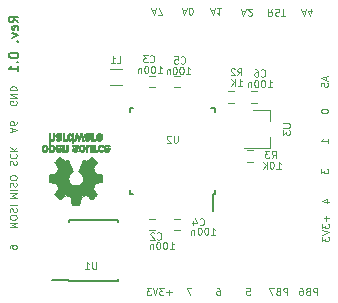
<source format=gbo>
G04 #@! TF.GenerationSoftware,KiCad,Pcbnew,no-vcs-found-342f28f~58~ubuntu16.04.1*
G04 #@! TF.CreationDate,2017-05-04T11:09:12+03:00*
G04 #@! TF.ProjectId,minimal_node_rfm69w,6D696E696D616C5F6E6F64655F72666D,rev?*
G04 #@! TF.FileFunction,Legend,Bot*
G04 #@! TF.FilePolarity,Positive*
%FSLAX46Y46*%
G04 Gerber Fmt 4.6, Leading zero omitted, Abs format (unit mm)*
G04 Created by KiCad (PCBNEW no-vcs-found-342f28f~58~ubuntu16.04.1) date Thu May  4 11:09:12 2017*
%MOMM*%
%LPD*%
G01*
G04 APERTURE LIST*
%ADD10C,0.100000*%
%ADD11C,0.120000*%
%ADD12C,0.150000*%
%ADD13C,0.010000*%
%ADD14R,1.350000X1.350000*%
%ADD15R,0.600000X0.500000*%
%ADD16R,1.700000X1.700000*%
%ADD17O,1.700000X1.700000*%
%ADD18R,1.200000X0.900000*%
%ADD19R,0.400000X0.600000*%
%ADD20R,1.550000X0.600000*%
%ADD21R,1.600000X0.550000*%
%ADD22R,0.550000X1.600000*%
%ADD23R,0.900000X0.800000*%
G04 APERTURE END LIST*
D10*
D11*
X161642857Y-72771428D02*
X161642857Y-72171428D01*
X161414285Y-72171428D01*
X161357142Y-72200000D01*
X161328571Y-72228571D01*
X161300000Y-72285714D01*
X161300000Y-72371428D01*
X161328571Y-72428571D01*
X161357142Y-72457142D01*
X161414285Y-72485714D01*
X161642857Y-72485714D01*
X160842857Y-72457142D02*
X160757142Y-72485714D01*
X160728571Y-72514285D01*
X160700000Y-72571428D01*
X160700000Y-72657142D01*
X160728571Y-72714285D01*
X160757142Y-72742857D01*
X160814285Y-72771428D01*
X161042857Y-72771428D01*
X161042857Y-72171428D01*
X160842857Y-72171428D01*
X160785714Y-72200000D01*
X160757142Y-72228571D01*
X160728571Y-72285714D01*
X160728571Y-72342857D01*
X160757142Y-72400000D01*
X160785714Y-72428571D01*
X160842857Y-72457142D01*
X161042857Y-72457142D01*
X160185714Y-72171428D02*
X160300000Y-72171428D01*
X160357142Y-72200000D01*
X160385714Y-72228571D01*
X160442857Y-72314285D01*
X160471428Y-72428571D01*
X160471428Y-72657142D01*
X160442857Y-72714285D01*
X160414285Y-72742857D01*
X160357142Y-72771428D01*
X160242857Y-72771428D01*
X160185714Y-72742857D01*
X160157142Y-72714285D01*
X160128571Y-72657142D01*
X160128571Y-72514285D01*
X160157142Y-72457142D01*
X160185714Y-72428571D01*
X160242857Y-72400000D01*
X160357142Y-72400000D01*
X160414285Y-72428571D01*
X160442857Y-72457142D01*
X160471428Y-72514285D01*
X159142857Y-72771428D02*
X159142857Y-72171428D01*
X158914285Y-72171428D01*
X158857142Y-72200000D01*
X158828571Y-72228571D01*
X158800000Y-72285714D01*
X158800000Y-72371428D01*
X158828571Y-72428571D01*
X158857142Y-72457142D01*
X158914285Y-72485714D01*
X159142857Y-72485714D01*
X158342857Y-72457142D02*
X158257142Y-72485714D01*
X158228571Y-72514285D01*
X158200000Y-72571428D01*
X158200000Y-72657142D01*
X158228571Y-72714285D01*
X158257142Y-72742857D01*
X158314285Y-72771428D01*
X158542857Y-72771428D01*
X158542857Y-72171428D01*
X158342857Y-72171428D01*
X158285714Y-72200000D01*
X158257142Y-72228571D01*
X158228571Y-72285714D01*
X158228571Y-72342857D01*
X158257142Y-72400000D01*
X158285714Y-72428571D01*
X158342857Y-72457142D01*
X158542857Y-72457142D01*
X158000000Y-72171428D02*
X157600000Y-72171428D01*
X157857142Y-72771428D01*
D12*
X136361904Y-49652380D02*
X135980952Y-49385714D01*
X136361904Y-49195238D02*
X135561904Y-49195238D01*
X135561904Y-49500000D01*
X135600000Y-49576190D01*
X135638095Y-49614285D01*
X135714285Y-49652380D01*
X135828571Y-49652380D01*
X135904761Y-49614285D01*
X135942857Y-49576190D01*
X135980952Y-49500000D01*
X135980952Y-49195238D01*
X136323809Y-50300000D02*
X136361904Y-50223809D01*
X136361904Y-50071428D01*
X136323809Y-49995238D01*
X136247619Y-49957142D01*
X135942857Y-49957142D01*
X135866666Y-49995238D01*
X135828571Y-50071428D01*
X135828571Y-50223809D01*
X135866666Y-50300000D01*
X135942857Y-50338095D01*
X136019047Y-50338095D01*
X136095238Y-49957142D01*
X135828571Y-50604761D02*
X136361904Y-50795238D01*
X135828571Y-50985714D01*
X136285714Y-51290476D02*
X136323809Y-51328571D01*
X136361904Y-51290476D01*
X136323809Y-51252380D01*
X136285714Y-51290476D01*
X136361904Y-51290476D01*
X135561904Y-52433333D02*
X135561904Y-52509523D01*
X135600000Y-52585714D01*
X135638095Y-52623809D01*
X135714285Y-52661904D01*
X135866666Y-52700000D01*
X136057142Y-52700000D01*
X136209523Y-52661904D01*
X136285714Y-52623809D01*
X136323809Y-52585714D01*
X136361904Y-52509523D01*
X136361904Y-52433333D01*
X136323809Y-52357142D01*
X136285714Y-52319047D01*
X136209523Y-52280952D01*
X136057142Y-52242857D01*
X135866666Y-52242857D01*
X135714285Y-52280952D01*
X135638095Y-52319047D01*
X135600000Y-52357142D01*
X135561904Y-52433333D01*
X136285714Y-53042857D02*
X136323809Y-53080952D01*
X136361904Y-53042857D01*
X136323809Y-53004761D01*
X136285714Y-53042857D01*
X136361904Y-53042857D01*
X136361904Y-53842857D02*
X136361904Y-53385714D01*
X136361904Y-53614285D02*
X135561904Y-53614285D01*
X135676190Y-53538095D01*
X135752380Y-53461904D01*
X135790476Y-53385714D01*
D11*
X135628571Y-68814285D02*
X135628571Y-68700000D01*
X135657142Y-68642857D01*
X135685714Y-68614285D01*
X135771428Y-68557142D01*
X135885714Y-68528571D01*
X136114285Y-68528571D01*
X136171428Y-68557142D01*
X136200000Y-68585714D01*
X136228571Y-68642857D01*
X136228571Y-68757142D01*
X136200000Y-68814285D01*
X136171428Y-68842857D01*
X136114285Y-68871428D01*
X135971428Y-68871428D01*
X135914285Y-68842857D01*
X135885714Y-68814285D01*
X135857142Y-68757142D01*
X135857142Y-68642857D01*
X135885714Y-68585714D01*
X135914285Y-68557142D01*
X135971428Y-68528571D01*
X135628571Y-67042857D02*
X136228571Y-67042857D01*
X135800000Y-66842857D01*
X136228571Y-66642857D01*
X135628571Y-66642857D01*
X136228571Y-66242857D02*
X136228571Y-66128571D01*
X136200000Y-66071428D01*
X136142857Y-66014285D01*
X136028571Y-65985714D01*
X135828571Y-65985714D01*
X135714285Y-66014285D01*
X135657142Y-66071428D01*
X135628571Y-66128571D01*
X135628571Y-66242857D01*
X135657142Y-66300000D01*
X135714285Y-66357142D01*
X135828571Y-66385714D01*
X136028571Y-66385714D01*
X136142857Y-66357142D01*
X136200000Y-66300000D01*
X136228571Y-66242857D01*
X135657142Y-65757142D02*
X135628571Y-65671428D01*
X135628571Y-65528571D01*
X135657142Y-65471428D01*
X135685714Y-65442857D01*
X135742857Y-65414285D01*
X135800000Y-65414285D01*
X135857142Y-65442857D01*
X135885714Y-65471428D01*
X135914285Y-65528571D01*
X135942857Y-65642857D01*
X135971428Y-65700000D01*
X136000000Y-65728571D01*
X136057142Y-65757142D01*
X136114285Y-65757142D01*
X136171428Y-65728571D01*
X136200000Y-65700000D01*
X136228571Y-65642857D01*
X136228571Y-65500000D01*
X136200000Y-65414285D01*
X135628571Y-65157142D02*
X136228571Y-65157142D01*
X135628571Y-64542857D02*
X136228571Y-64542857D01*
X135800000Y-64342857D01*
X136228571Y-64142857D01*
X135628571Y-64142857D01*
X135628571Y-63857142D02*
X136228571Y-63857142D01*
X135657142Y-63600000D02*
X135628571Y-63514285D01*
X135628571Y-63371428D01*
X135657142Y-63314285D01*
X135685714Y-63285714D01*
X135742857Y-63257142D01*
X135800000Y-63257142D01*
X135857142Y-63285714D01*
X135885714Y-63314285D01*
X135914285Y-63371428D01*
X135942857Y-63485714D01*
X135971428Y-63542857D01*
X136000000Y-63571428D01*
X136057142Y-63600000D01*
X136114285Y-63600000D01*
X136171428Y-63571428D01*
X136200000Y-63542857D01*
X136228571Y-63485714D01*
X136228571Y-63342857D01*
X136200000Y-63257142D01*
X136228571Y-62885714D02*
X136228571Y-62771428D01*
X136200000Y-62714285D01*
X136142857Y-62657142D01*
X136028571Y-62628571D01*
X135828571Y-62628571D01*
X135714285Y-62657142D01*
X135657142Y-62714285D01*
X135628571Y-62771428D01*
X135628571Y-62885714D01*
X135657142Y-62942857D01*
X135714285Y-63000000D01*
X135828571Y-63028571D01*
X136028571Y-63028571D01*
X136142857Y-63000000D01*
X136200000Y-62942857D01*
X136228571Y-62885714D01*
X135657142Y-61771428D02*
X135628571Y-61685714D01*
X135628571Y-61542857D01*
X135657142Y-61485714D01*
X135685714Y-61457142D01*
X135742857Y-61428571D01*
X135800000Y-61428571D01*
X135857142Y-61457142D01*
X135885714Y-61485714D01*
X135914285Y-61542857D01*
X135942857Y-61657142D01*
X135971428Y-61714285D01*
X136000000Y-61742857D01*
X136057142Y-61771428D01*
X136114285Y-61771428D01*
X136171428Y-61742857D01*
X136200000Y-61714285D01*
X136228571Y-61657142D01*
X136228571Y-61514285D01*
X136200000Y-61428571D01*
X135685714Y-60828571D02*
X135657142Y-60857142D01*
X135628571Y-60942857D01*
X135628571Y-61000000D01*
X135657142Y-61085714D01*
X135714285Y-61142857D01*
X135771428Y-61171428D01*
X135885714Y-61200000D01*
X135971428Y-61200000D01*
X136085714Y-61171428D01*
X136142857Y-61142857D01*
X136200000Y-61085714D01*
X136228571Y-61000000D01*
X136228571Y-60942857D01*
X136200000Y-60857142D01*
X136171428Y-60828571D01*
X135628571Y-60571428D02*
X136228571Y-60571428D01*
X135628571Y-60228571D02*
X135971428Y-60485714D01*
X136228571Y-60228571D02*
X135885714Y-60571428D01*
X135800000Y-58928571D02*
X135800000Y-58642857D01*
X135628571Y-58985714D02*
X136228571Y-58785714D01*
X135628571Y-58585714D01*
X136228571Y-58128571D02*
X136228571Y-58242857D01*
X136200000Y-58300000D01*
X136171428Y-58328571D01*
X136085714Y-58385714D01*
X135971428Y-58414285D01*
X135742857Y-58414285D01*
X135685714Y-58385714D01*
X135657142Y-58357142D01*
X135628571Y-58300000D01*
X135628571Y-58185714D01*
X135657142Y-58128571D01*
X135685714Y-58100000D01*
X135742857Y-58071428D01*
X135885714Y-58071428D01*
X135942857Y-58100000D01*
X135971428Y-58128571D01*
X136000000Y-58185714D01*
X136000000Y-58300000D01*
X135971428Y-58357142D01*
X135942857Y-58385714D01*
X135885714Y-58414285D01*
X136200000Y-56357142D02*
X136228571Y-56414285D01*
X136228571Y-56500000D01*
X136200000Y-56585714D01*
X136142857Y-56642857D01*
X136085714Y-56671428D01*
X135971428Y-56700000D01*
X135885714Y-56700000D01*
X135771428Y-56671428D01*
X135714285Y-56642857D01*
X135657142Y-56585714D01*
X135628571Y-56500000D01*
X135628571Y-56442857D01*
X135657142Y-56357142D01*
X135685714Y-56328571D01*
X135885714Y-56328571D01*
X135885714Y-56442857D01*
X135628571Y-56071428D02*
X136228571Y-56071428D01*
X135628571Y-55728571D01*
X136228571Y-55728571D01*
X135628571Y-55442857D02*
X136228571Y-55442857D01*
X136228571Y-55300000D01*
X136200000Y-55214285D01*
X136142857Y-55157142D01*
X136085714Y-55128571D01*
X135971428Y-55100000D01*
X135885714Y-55100000D01*
X135771428Y-55128571D01*
X135714285Y-55157142D01*
X135657142Y-55214285D01*
X135628571Y-55300000D01*
X135628571Y-55442857D01*
X147671428Y-48600000D02*
X147957142Y-48600000D01*
X147614285Y-48428571D02*
X147814285Y-49028571D01*
X148014285Y-48428571D01*
X148157142Y-49028571D02*
X148557142Y-49028571D01*
X148300000Y-48428571D01*
X150271428Y-48600000D02*
X150557142Y-48600000D01*
X150214285Y-48428571D02*
X150414285Y-49028571D01*
X150614285Y-48428571D01*
X150928571Y-49028571D02*
X150985714Y-49028571D01*
X151042857Y-49000000D01*
X151071428Y-48971428D01*
X151100000Y-48914285D01*
X151128571Y-48800000D01*
X151128571Y-48657142D01*
X151100000Y-48542857D01*
X151071428Y-48485714D01*
X151042857Y-48457142D01*
X150985714Y-48428571D01*
X150928571Y-48428571D01*
X150871428Y-48457142D01*
X150842857Y-48485714D01*
X150814285Y-48542857D01*
X150785714Y-48657142D01*
X150785714Y-48800000D01*
X150814285Y-48914285D01*
X150842857Y-48971428D01*
X150871428Y-49000000D01*
X150928571Y-49028571D01*
X152671428Y-48600000D02*
X152957142Y-48600000D01*
X152614285Y-48428571D02*
X152814285Y-49028571D01*
X153014285Y-48428571D01*
X153528571Y-48428571D02*
X153185714Y-48428571D01*
X153357142Y-48428571D02*
X153357142Y-49028571D01*
X153300000Y-48942857D01*
X153242857Y-48885714D01*
X153185714Y-48857142D01*
X155271428Y-48700000D02*
X155557142Y-48700000D01*
X155214285Y-48528571D02*
X155414285Y-49128571D01*
X155614285Y-48528571D01*
X155785714Y-49071428D02*
X155814285Y-49100000D01*
X155871428Y-49128571D01*
X156014285Y-49128571D01*
X156071428Y-49100000D01*
X156100000Y-49071428D01*
X156128571Y-49014285D01*
X156128571Y-48957142D01*
X156100000Y-48871428D01*
X155757142Y-48528571D01*
X156128571Y-48528571D01*
X157871428Y-48528571D02*
X157671428Y-48814285D01*
X157528571Y-48528571D02*
X157528571Y-49128571D01*
X157757142Y-49128571D01*
X157814285Y-49100000D01*
X157842857Y-49071428D01*
X157871428Y-49014285D01*
X157871428Y-48928571D01*
X157842857Y-48871428D01*
X157814285Y-48842857D01*
X157757142Y-48814285D01*
X157528571Y-48814285D01*
X158100000Y-48557142D02*
X158185714Y-48528571D01*
X158328571Y-48528571D01*
X158385714Y-48557142D01*
X158414285Y-48585714D01*
X158442857Y-48642857D01*
X158442857Y-48700000D01*
X158414285Y-48757142D01*
X158385714Y-48785714D01*
X158328571Y-48814285D01*
X158214285Y-48842857D01*
X158157142Y-48871428D01*
X158128571Y-48900000D01*
X158100000Y-48957142D01*
X158100000Y-49014285D01*
X158128571Y-49071428D01*
X158157142Y-49100000D01*
X158214285Y-49128571D01*
X158357142Y-49128571D01*
X158442857Y-49100000D01*
X158614285Y-49128571D02*
X158957142Y-49128571D01*
X158785714Y-48528571D02*
X158785714Y-49128571D01*
X160371428Y-48700000D02*
X160657142Y-48700000D01*
X160314285Y-48528571D02*
X160514285Y-49128571D01*
X160714285Y-48528571D01*
X161171428Y-48928571D02*
X161171428Y-48528571D01*
X161028571Y-49157142D02*
X160885714Y-48728571D01*
X161257142Y-48728571D01*
X162400000Y-54271428D02*
X162400000Y-54557142D01*
X162571428Y-54214285D02*
X161971428Y-54414285D01*
X162571428Y-54614285D01*
X161971428Y-55100000D02*
X161971428Y-54814285D01*
X162257142Y-54785714D01*
X162228571Y-54814285D01*
X162200000Y-54871428D01*
X162200000Y-55014285D01*
X162228571Y-55071428D01*
X162257142Y-55100000D01*
X162314285Y-55128571D01*
X162457142Y-55128571D01*
X162514285Y-55100000D01*
X162542857Y-55071428D01*
X162571428Y-55014285D01*
X162571428Y-54871428D01*
X162542857Y-54814285D01*
X162514285Y-54785714D01*
X161971428Y-57171428D02*
X161971428Y-57228571D01*
X162000000Y-57285714D01*
X162028571Y-57314285D01*
X162085714Y-57342857D01*
X162200000Y-57371428D01*
X162342857Y-57371428D01*
X162457142Y-57342857D01*
X162514285Y-57314285D01*
X162542857Y-57285714D01*
X162571428Y-57228571D01*
X162571428Y-57171428D01*
X162542857Y-57114285D01*
X162514285Y-57085714D01*
X162457142Y-57057142D01*
X162342857Y-57028571D01*
X162200000Y-57028571D01*
X162085714Y-57057142D01*
X162028571Y-57085714D01*
X162000000Y-57114285D01*
X161971428Y-57171428D01*
X162571428Y-59871428D02*
X162571428Y-59528571D01*
X162571428Y-59700000D02*
X161971428Y-59700000D01*
X162057142Y-59642857D01*
X162114285Y-59585714D01*
X162142857Y-59528571D01*
X161971428Y-62100000D02*
X161971428Y-62471428D01*
X162200000Y-62271428D01*
X162200000Y-62357142D01*
X162228571Y-62414285D01*
X162257142Y-62442857D01*
X162314285Y-62471428D01*
X162457142Y-62471428D01*
X162514285Y-62442857D01*
X162542857Y-62414285D01*
X162571428Y-62357142D01*
X162571428Y-62185714D01*
X162542857Y-62128571D01*
X162514285Y-62100000D01*
X162271428Y-64914285D02*
X162671428Y-64914285D01*
X162042857Y-64771428D02*
X162471428Y-64628571D01*
X162471428Y-65000000D01*
X162442857Y-66042857D02*
X162442857Y-66500000D01*
X162671428Y-66271428D02*
X162214285Y-66271428D01*
X162071428Y-66728571D02*
X162071428Y-67100000D01*
X162300000Y-66900000D01*
X162300000Y-66985714D01*
X162328571Y-67042857D01*
X162357142Y-67071428D01*
X162414285Y-67100000D01*
X162557142Y-67100000D01*
X162614285Y-67071428D01*
X162642857Y-67042857D01*
X162671428Y-66985714D01*
X162671428Y-66814285D01*
X162642857Y-66757142D01*
X162614285Y-66728571D01*
X162071428Y-67271428D02*
X162671428Y-67471428D01*
X162071428Y-67671428D01*
X162071428Y-67814285D02*
X162071428Y-68185714D01*
X162300000Y-67985714D01*
X162300000Y-68071428D01*
X162328571Y-68128571D01*
X162357142Y-68157142D01*
X162414285Y-68185714D01*
X162557142Y-68185714D01*
X162614285Y-68157142D01*
X162642857Y-68128571D01*
X162671428Y-68071428D01*
X162671428Y-67900000D01*
X162642857Y-67842857D01*
X162614285Y-67814285D01*
X155657142Y-72171428D02*
X155942857Y-72171428D01*
X155971428Y-72457142D01*
X155942857Y-72428571D01*
X155885714Y-72400000D01*
X155742857Y-72400000D01*
X155685714Y-72428571D01*
X155657142Y-72457142D01*
X155628571Y-72514285D01*
X155628571Y-72657142D01*
X155657142Y-72714285D01*
X155685714Y-72742857D01*
X155742857Y-72771428D01*
X155885714Y-72771428D01*
X155942857Y-72742857D01*
X155971428Y-72714285D01*
X153185714Y-72171428D02*
X153300000Y-72171428D01*
X153357142Y-72200000D01*
X153385714Y-72228571D01*
X153442857Y-72314285D01*
X153471428Y-72428571D01*
X153471428Y-72657142D01*
X153442857Y-72714285D01*
X153414285Y-72742857D01*
X153357142Y-72771428D01*
X153242857Y-72771428D01*
X153185714Y-72742857D01*
X153157142Y-72714285D01*
X153128571Y-72657142D01*
X153128571Y-72514285D01*
X153157142Y-72457142D01*
X153185714Y-72428571D01*
X153242857Y-72400000D01*
X153357142Y-72400000D01*
X153414285Y-72428571D01*
X153442857Y-72457142D01*
X153471428Y-72514285D01*
X151000000Y-72171428D02*
X150600000Y-72171428D01*
X150857142Y-72771428D01*
X149357142Y-72542857D02*
X148900000Y-72542857D01*
X149128571Y-72771428D02*
X149128571Y-72314285D01*
X148671428Y-72171428D02*
X148300000Y-72171428D01*
X148500000Y-72400000D01*
X148414285Y-72400000D01*
X148357142Y-72428571D01*
X148328571Y-72457142D01*
X148300000Y-72514285D01*
X148300000Y-72657142D01*
X148328571Y-72714285D01*
X148357142Y-72742857D01*
X148414285Y-72771428D01*
X148585714Y-72771428D01*
X148642857Y-72742857D01*
X148671428Y-72714285D01*
X148128571Y-72171428D02*
X147928571Y-72771428D01*
X147728571Y-72171428D01*
X147585714Y-72171428D02*
X147214285Y-72171428D01*
X147414285Y-72400000D01*
X147328571Y-72400000D01*
X147271428Y-72428571D01*
X147242857Y-72457142D01*
X147214285Y-72514285D01*
X147214285Y-72657142D01*
X147242857Y-72714285D01*
X147271428Y-72742857D01*
X147328571Y-72771428D01*
X147500000Y-72771428D01*
X147557142Y-72742857D01*
X147585714Y-72714285D01*
D13*
G36*
X139291241Y-60630816D02*
X139317753Y-60617718D01*
X139350447Y-60594894D01*
X139374275Y-60570004D01*
X139390594Y-60538751D01*
X139400760Y-60496834D01*
X139406128Y-60439956D01*
X139408056Y-60363816D01*
X139408169Y-60331083D01*
X139407839Y-60259344D01*
X139406473Y-60208073D01*
X139403500Y-60172596D01*
X139398351Y-60148237D01*
X139390457Y-60130320D01*
X139382243Y-60118098D01*
X139329813Y-60066095D01*
X139268070Y-60034816D01*
X139201464Y-60025408D01*
X139134442Y-60039020D01*
X139113208Y-60048646D01*
X139062376Y-60075141D01*
X139062376Y-59659948D01*
X139099475Y-59679132D01*
X139148357Y-59693975D01*
X139208439Y-59697778D01*
X139268436Y-59690757D01*
X139313744Y-59674987D01*
X139351325Y-59644953D01*
X139383436Y-59601976D01*
X139385850Y-59597564D01*
X139396033Y-59576779D01*
X139403470Y-59555830D01*
X139408589Y-59530452D01*
X139411819Y-59496382D01*
X139413587Y-59449359D01*
X139414323Y-59385118D01*
X139414456Y-59312824D01*
X139414456Y-59082178D01*
X139276139Y-59082178D01*
X139276139Y-59507467D01*
X139237451Y-59540021D01*
X139197262Y-59566060D01*
X139159203Y-59570795D01*
X139120934Y-59558611D01*
X139100538Y-59546680D01*
X139085358Y-59529687D01*
X139074562Y-59504005D01*
X139067317Y-59466009D01*
X139062792Y-59412074D01*
X139060156Y-59338575D01*
X139059228Y-59289653D01*
X139056089Y-59088465D01*
X138990074Y-59084664D01*
X138924060Y-59080864D01*
X138924060Y-60329350D01*
X139062376Y-60329350D01*
X139065903Y-60259746D01*
X139077785Y-60211431D01*
X139099980Y-60181369D01*
X139134441Y-60166529D01*
X139169258Y-60163564D01*
X139208671Y-60166972D01*
X139234829Y-60180383D01*
X139251186Y-60198104D01*
X139264063Y-60217165D01*
X139271728Y-60238399D01*
X139275139Y-60268151D01*
X139275251Y-60312764D01*
X139274103Y-60350120D01*
X139271468Y-60406396D01*
X139267544Y-60443342D01*
X139260937Y-60466777D01*
X139250251Y-60482520D01*
X139240167Y-60491620D01*
X139198030Y-60511463D01*
X139148160Y-60514668D01*
X139119524Y-60507832D01*
X139091172Y-60483536D01*
X139072391Y-60436272D01*
X139063288Y-60366376D01*
X139062376Y-60329350D01*
X138924060Y-60329350D01*
X138924060Y-60641386D01*
X138993218Y-60641386D01*
X139034740Y-60639744D01*
X139056162Y-60633913D01*
X139062374Y-60622539D01*
X139062376Y-60622202D01*
X139065258Y-60611062D01*
X139077970Y-60612327D01*
X139103243Y-60624567D01*
X139162131Y-60643293D01*
X139228385Y-60645261D01*
X139291241Y-60630816D01*
X139291241Y-60630816D01*
G37*
X139291241Y-60630816D02*
X139317753Y-60617718D01*
X139350447Y-60594894D01*
X139374275Y-60570004D01*
X139390594Y-60538751D01*
X139400760Y-60496834D01*
X139406128Y-60439956D01*
X139408056Y-60363816D01*
X139408169Y-60331083D01*
X139407839Y-60259344D01*
X139406473Y-60208073D01*
X139403500Y-60172596D01*
X139398351Y-60148237D01*
X139390457Y-60130320D01*
X139382243Y-60118098D01*
X139329813Y-60066095D01*
X139268070Y-60034816D01*
X139201464Y-60025408D01*
X139134442Y-60039020D01*
X139113208Y-60048646D01*
X139062376Y-60075141D01*
X139062376Y-59659948D01*
X139099475Y-59679132D01*
X139148357Y-59693975D01*
X139208439Y-59697778D01*
X139268436Y-59690757D01*
X139313744Y-59674987D01*
X139351325Y-59644953D01*
X139383436Y-59601976D01*
X139385850Y-59597564D01*
X139396033Y-59576779D01*
X139403470Y-59555830D01*
X139408589Y-59530452D01*
X139411819Y-59496382D01*
X139413587Y-59449359D01*
X139414323Y-59385118D01*
X139414456Y-59312824D01*
X139414456Y-59082178D01*
X139276139Y-59082178D01*
X139276139Y-59507467D01*
X139237451Y-59540021D01*
X139197262Y-59566060D01*
X139159203Y-59570795D01*
X139120934Y-59558611D01*
X139100538Y-59546680D01*
X139085358Y-59529687D01*
X139074562Y-59504005D01*
X139067317Y-59466009D01*
X139062792Y-59412074D01*
X139060156Y-59338575D01*
X139059228Y-59289653D01*
X139056089Y-59088465D01*
X138990074Y-59084664D01*
X138924060Y-59080864D01*
X138924060Y-60329350D01*
X139062376Y-60329350D01*
X139065903Y-60259746D01*
X139077785Y-60211431D01*
X139099980Y-60181369D01*
X139134441Y-60166529D01*
X139169258Y-60163564D01*
X139208671Y-60166972D01*
X139234829Y-60180383D01*
X139251186Y-60198104D01*
X139264063Y-60217165D01*
X139271728Y-60238399D01*
X139275139Y-60268151D01*
X139275251Y-60312764D01*
X139274103Y-60350120D01*
X139271468Y-60406396D01*
X139267544Y-60443342D01*
X139260937Y-60466777D01*
X139250251Y-60482520D01*
X139240167Y-60491620D01*
X139198030Y-60511463D01*
X139148160Y-60514668D01*
X139119524Y-60507832D01*
X139091172Y-60483536D01*
X139072391Y-60436272D01*
X139063288Y-60366376D01*
X139062376Y-60329350D01*
X138924060Y-60329350D01*
X138924060Y-60641386D01*
X138993218Y-60641386D01*
X139034740Y-60639744D01*
X139056162Y-60633913D01*
X139062374Y-60622539D01*
X139062376Y-60622202D01*
X139065258Y-60611062D01*
X139077970Y-60612327D01*
X139103243Y-60624567D01*
X139162131Y-60643293D01*
X139228385Y-60645261D01*
X139291241Y-60630816D01*
G36*
X139815790Y-59693445D02*
X139874945Y-59677661D01*
X139919977Y-59649052D01*
X139951754Y-59611581D01*
X139961634Y-59595589D01*
X139968927Y-59578837D01*
X139974026Y-59557408D01*
X139977321Y-59527384D01*
X139979203Y-59484846D01*
X139980063Y-59425878D01*
X139980293Y-59346560D01*
X139980297Y-59325516D01*
X139980297Y-59082178D01*
X139919941Y-59082178D01*
X139881443Y-59084874D01*
X139852977Y-59091705D01*
X139845845Y-59095917D01*
X139826348Y-59103187D01*
X139806434Y-59095917D01*
X139773647Y-59086840D01*
X139726022Y-59083187D01*
X139673236Y-59084772D01*
X139624964Y-59091411D01*
X139596782Y-59099928D01*
X139542247Y-59134937D01*
X139508165Y-59183521D01*
X139492843Y-59248118D01*
X139492701Y-59249777D01*
X139494045Y-59278434D01*
X139615644Y-59278434D01*
X139626274Y-59245839D01*
X139643590Y-59227495D01*
X139678348Y-59213621D01*
X139724227Y-59208083D01*
X139771012Y-59210809D01*
X139808486Y-59221726D01*
X139818985Y-59228731D01*
X139837332Y-59261096D01*
X139841980Y-59297889D01*
X139841980Y-59346237D01*
X139772418Y-59346237D01*
X139706333Y-59341150D01*
X139656236Y-59326737D01*
X139625071Y-59304271D01*
X139615644Y-59278434D01*
X139494045Y-59278434D01*
X139496013Y-59320353D01*
X139519290Y-59376155D01*
X139563052Y-59418353D01*
X139569101Y-59422192D01*
X139595093Y-59434691D01*
X139627265Y-59442260D01*
X139672240Y-59445939D01*
X139725669Y-59446784D01*
X139841980Y-59446831D01*
X139841980Y-59495589D01*
X139837047Y-59533419D01*
X139824457Y-59558764D01*
X139822983Y-59560113D01*
X139794966Y-59571200D01*
X139752674Y-59575497D01*
X139705936Y-59573385D01*
X139664582Y-59565244D01*
X139640043Y-59553035D01*
X139626747Y-59543254D01*
X139612706Y-59541387D01*
X139593329Y-59549400D01*
X139564024Y-59569261D01*
X139520197Y-59602937D01*
X139516175Y-59606091D01*
X139518236Y-59617764D01*
X139535432Y-59637178D01*
X139561567Y-59658752D01*
X139590448Y-59676904D01*
X139599522Y-59681191D01*
X139632620Y-59689744D01*
X139681120Y-59695845D01*
X139735305Y-59698292D01*
X139737839Y-59698297D01*
X139815790Y-59693445D01*
X139815790Y-59693445D01*
G37*
X139815790Y-59693445D02*
X139874945Y-59677661D01*
X139919977Y-59649052D01*
X139951754Y-59611581D01*
X139961634Y-59595589D01*
X139968927Y-59578837D01*
X139974026Y-59557408D01*
X139977321Y-59527384D01*
X139979203Y-59484846D01*
X139980063Y-59425878D01*
X139980293Y-59346560D01*
X139980297Y-59325516D01*
X139980297Y-59082178D01*
X139919941Y-59082178D01*
X139881443Y-59084874D01*
X139852977Y-59091705D01*
X139845845Y-59095917D01*
X139826348Y-59103187D01*
X139806434Y-59095917D01*
X139773647Y-59086840D01*
X139726022Y-59083187D01*
X139673236Y-59084772D01*
X139624964Y-59091411D01*
X139596782Y-59099928D01*
X139542247Y-59134937D01*
X139508165Y-59183521D01*
X139492843Y-59248118D01*
X139492701Y-59249777D01*
X139494045Y-59278434D01*
X139615644Y-59278434D01*
X139626274Y-59245839D01*
X139643590Y-59227495D01*
X139678348Y-59213621D01*
X139724227Y-59208083D01*
X139771012Y-59210809D01*
X139808486Y-59221726D01*
X139818985Y-59228731D01*
X139837332Y-59261096D01*
X139841980Y-59297889D01*
X139841980Y-59346237D01*
X139772418Y-59346237D01*
X139706333Y-59341150D01*
X139656236Y-59326737D01*
X139625071Y-59304271D01*
X139615644Y-59278434D01*
X139494045Y-59278434D01*
X139496013Y-59320353D01*
X139519290Y-59376155D01*
X139563052Y-59418353D01*
X139569101Y-59422192D01*
X139595093Y-59434691D01*
X139627265Y-59442260D01*
X139672240Y-59445939D01*
X139725669Y-59446784D01*
X139841980Y-59446831D01*
X139841980Y-59495589D01*
X139837047Y-59533419D01*
X139824457Y-59558764D01*
X139822983Y-59560113D01*
X139794966Y-59571200D01*
X139752674Y-59575497D01*
X139705936Y-59573385D01*
X139664582Y-59565244D01*
X139640043Y-59553035D01*
X139626747Y-59543254D01*
X139612706Y-59541387D01*
X139593329Y-59549400D01*
X139564024Y-59569261D01*
X139520197Y-59602937D01*
X139516175Y-59606091D01*
X139518236Y-59617764D01*
X139535432Y-59637178D01*
X139561567Y-59658752D01*
X139590448Y-59676904D01*
X139599522Y-59681191D01*
X139632620Y-59689744D01*
X139681120Y-59695845D01*
X139735305Y-59698292D01*
X139737839Y-59698297D01*
X139815790Y-59693445D01*
G36*
X140206644Y-59696980D02*
X140225461Y-59691340D01*
X140231527Y-59678947D01*
X140231782Y-59673353D01*
X140232871Y-59657770D01*
X140240368Y-59655324D01*
X140260619Y-59666007D01*
X140272649Y-59673306D01*
X140310600Y-59688937D01*
X140355928Y-59696666D01*
X140403456Y-59697260D01*
X140448005Y-59691487D01*
X140484398Y-59680116D01*
X140507457Y-59663912D01*
X140512004Y-59643645D01*
X140509709Y-59638157D01*
X140492980Y-59615374D01*
X140467037Y-59587353D01*
X140462345Y-59582823D01*
X140437617Y-59561995D01*
X140416282Y-59555265D01*
X140386445Y-59559962D01*
X140374492Y-59563083D01*
X140337295Y-59570579D01*
X140311141Y-59567208D01*
X140289054Y-59555319D01*
X140268822Y-59539365D01*
X140253921Y-59519300D01*
X140243566Y-59491298D01*
X140236971Y-59451533D01*
X140233351Y-59396177D01*
X140231922Y-59321406D01*
X140231782Y-59276260D01*
X140231782Y-59082178D01*
X140106040Y-59082178D01*
X140106040Y-59698317D01*
X140168911Y-59698317D01*
X140206644Y-59696980D01*
X140206644Y-59696980D01*
G37*
X140206644Y-59696980D02*
X140225461Y-59691340D01*
X140231527Y-59678947D01*
X140231782Y-59673353D01*
X140232871Y-59657770D01*
X140240368Y-59655324D01*
X140260619Y-59666007D01*
X140272649Y-59673306D01*
X140310600Y-59688937D01*
X140355928Y-59696666D01*
X140403456Y-59697260D01*
X140448005Y-59691487D01*
X140484398Y-59680116D01*
X140507457Y-59663912D01*
X140512004Y-59643645D01*
X140509709Y-59638157D01*
X140492980Y-59615374D01*
X140467037Y-59587353D01*
X140462345Y-59582823D01*
X140437617Y-59561995D01*
X140416282Y-59555265D01*
X140386445Y-59559962D01*
X140374492Y-59563083D01*
X140337295Y-59570579D01*
X140311141Y-59567208D01*
X140289054Y-59555319D01*
X140268822Y-59539365D01*
X140253921Y-59519300D01*
X140243566Y-59491298D01*
X140236971Y-59451533D01*
X140233351Y-59396177D01*
X140231922Y-59321406D01*
X140231782Y-59276260D01*
X140231782Y-59082178D01*
X140106040Y-59082178D01*
X140106040Y-59698317D01*
X140168911Y-59698317D01*
X140206644Y-59696980D01*
G36*
X140998812Y-59082178D02*
X140929654Y-59082178D01*
X140889512Y-59083355D01*
X140868606Y-59088228D01*
X140861078Y-59098814D01*
X140860495Y-59105971D01*
X140859226Y-59120324D01*
X140851221Y-59123077D01*
X140830185Y-59114229D01*
X140813827Y-59105971D01*
X140751023Y-59086403D01*
X140682752Y-59085271D01*
X140627248Y-59099865D01*
X140575562Y-59135123D01*
X140536162Y-59187165D01*
X140514587Y-59248550D01*
X140514038Y-59251982D01*
X140510833Y-59289429D01*
X140509239Y-59343187D01*
X140509367Y-59383845D01*
X140646721Y-59383845D01*
X140649903Y-59329806D01*
X140657141Y-59285265D01*
X140666940Y-59260112D01*
X140704011Y-59225740D01*
X140748026Y-59213418D01*
X140793416Y-59223382D01*
X140832203Y-59253105D01*
X140846892Y-59273095D01*
X140855481Y-59296950D01*
X140859504Y-59331770D01*
X140860495Y-59384070D01*
X140858722Y-59435861D01*
X140854037Y-59481366D01*
X140847397Y-59511819D01*
X140846290Y-59514548D01*
X140819509Y-59547000D01*
X140780421Y-59564817D01*
X140736685Y-59567694D01*
X140695962Y-59555326D01*
X140665913Y-59527407D01*
X140662796Y-59521852D01*
X140653039Y-59487978D01*
X140647723Y-59439272D01*
X140646721Y-59383845D01*
X140509367Y-59383845D01*
X140509432Y-59404460D01*
X140510336Y-59437437D01*
X140516486Y-59519019D01*
X140529267Y-59580270D01*
X140550529Y-59625551D01*
X140582122Y-59659221D01*
X140612793Y-59678986D01*
X140655646Y-59692880D01*
X140708944Y-59697646D01*
X140763520Y-59693764D01*
X140810208Y-59681718D01*
X140834876Y-59667307D01*
X140860495Y-59644122D01*
X140860495Y-59937227D01*
X140998812Y-59937227D01*
X140998812Y-59082178D01*
X140998812Y-59082178D01*
G37*
X140998812Y-59082178D02*
X140929654Y-59082178D01*
X140889512Y-59083355D01*
X140868606Y-59088228D01*
X140861078Y-59098814D01*
X140860495Y-59105971D01*
X140859226Y-59120324D01*
X140851221Y-59123077D01*
X140830185Y-59114229D01*
X140813827Y-59105971D01*
X140751023Y-59086403D01*
X140682752Y-59085271D01*
X140627248Y-59099865D01*
X140575562Y-59135123D01*
X140536162Y-59187165D01*
X140514587Y-59248550D01*
X140514038Y-59251982D01*
X140510833Y-59289429D01*
X140509239Y-59343187D01*
X140509367Y-59383845D01*
X140646721Y-59383845D01*
X140649903Y-59329806D01*
X140657141Y-59285265D01*
X140666940Y-59260112D01*
X140704011Y-59225740D01*
X140748026Y-59213418D01*
X140793416Y-59223382D01*
X140832203Y-59253105D01*
X140846892Y-59273095D01*
X140855481Y-59296950D01*
X140859504Y-59331770D01*
X140860495Y-59384070D01*
X140858722Y-59435861D01*
X140854037Y-59481366D01*
X140847397Y-59511819D01*
X140846290Y-59514548D01*
X140819509Y-59547000D01*
X140780421Y-59564817D01*
X140736685Y-59567694D01*
X140695962Y-59555326D01*
X140665913Y-59527407D01*
X140662796Y-59521852D01*
X140653039Y-59487978D01*
X140647723Y-59439272D01*
X140646721Y-59383845D01*
X140509367Y-59383845D01*
X140509432Y-59404460D01*
X140510336Y-59437437D01*
X140516486Y-59519019D01*
X140529267Y-59580270D01*
X140550529Y-59625551D01*
X140582122Y-59659221D01*
X140612793Y-59678986D01*
X140655646Y-59692880D01*
X140708944Y-59697646D01*
X140763520Y-59693764D01*
X140810208Y-59681718D01*
X140834876Y-59667307D01*
X140860495Y-59644122D01*
X140860495Y-59937227D01*
X140998812Y-59937227D01*
X140998812Y-59082178D01*
G36*
X141481524Y-59695763D02*
X141531255Y-59692029D01*
X141661291Y-59302227D01*
X141681678Y-59371386D01*
X141693946Y-59414126D01*
X141710085Y-59471885D01*
X141727512Y-59535375D01*
X141736726Y-59569430D01*
X141771388Y-59698317D01*
X141914391Y-59698317D01*
X141871646Y-59563143D01*
X141850596Y-59496658D01*
X141825167Y-59416461D01*
X141798610Y-59332807D01*
X141774902Y-59258218D01*
X141720902Y-59088465D01*
X141662598Y-59084672D01*
X141604295Y-59080878D01*
X141572679Y-59185266D01*
X141553182Y-59250111D01*
X141531904Y-59321600D01*
X141513308Y-59384737D01*
X141512574Y-59387250D01*
X141498684Y-59430031D01*
X141486429Y-59459221D01*
X141477846Y-59470259D01*
X141476082Y-59468982D01*
X141469891Y-59451870D01*
X141458128Y-59415213D01*
X141442225Y-59363622D01*
X141423614Y-59301706D01*
X141413543Y-59267648D01*
X141359007Y-59082178D01*
X141243264Y-59082178D01*
X141150737Y-59374529D01*
X141124744Y-59456538D01*
X141101066Y-59531013D01*
X141080820Y-59594456D01*
X141065126Y-59643368D01*
X141055102Y-59674251D01*
X141052055Y-59683274D01*
X141054467Y-59692513D01*
X141073408Y-59696559D01*
X141112823Y-59696154D01*
X141118993Y-59695848D01*
X141192086Y-59692029D01*
X141239957Y-59515990D01*
X141257553Y-59451789D01*
X141273277Y-59395351D01*
X141285746Y-59351578D01*
X141293574Y-59325370D01*
X141295020Y-59321097D01*
X141301014Y-59326010D01*
X141313101Y-59351468D01*
X141329893Y-59394003D01*
X141350003Y-59450150D01*
X141367003Y-59500870D01*
X141431794Y-59699496D01*
X141481524Y-59695763D01*
X141481524Y-59695763D01*
G37*
X141481524Y-59695763D02*
X141531255Y-59692029D01*
X141661291Y-59302227D01*
X141681678Y-59371386D01*
X141693946Y-59414126D01*
X141710085Y-59471885D01*
X141727512Y-59535375D01*
X141736726Y-59569430D01*
X141771388Y-59698317D01*
X141914391Y-59698317D01*
X141871646Y-59563143D01*
X141850596Y-59496658D01*
X141825167Y-59416461D01*
X141798610Y-59332807D01*
X141774902Y-59258218D01*
X141720902Y-59088465D01*
X141662598Y-59084672D01*
X141604295Y-59080878D01*
X141572679Y-59185266D01*
X141553182Y-59250111D01*
X141531904Y-59321600D01*
X141513308Y-59384737D01*
X141512574Y-59387250D01*
X141498684Y-59430031D01*
X141486429Y-59459221D01*
X141477846Y-59470259D01*
X141476082Y-59468982D01*
X141469891Y-59451870D01*
X141458128Y-59415213D01*
X141442225Y-59363622D01*
X141423614Y-59301706D01*
X141413543Y-59267648D01*
X141359007Y-59082178D01*
X141243264Y-59082178D01*
X141150737Y-59374529D01*
X141124744Y-59456538D01*
X141101066Y-59531013D01*
X141080820Y-59594456D01*
X141065126Y-59643368D01*
X141055102Y-59674251D01*
X141052055Y-59683274D01*
X141054467Y-59692513D01*
X141073408Y-59696559D01*
X141112823Y-59696154D01*
X141118993Y-59695848D01*
X141192086Y-59692029D01*
X141239957Y-59515990D01*
X141257553Y-59451789D01*
X141273277Y-59395351D01*
X141285746Y-59351578D01*
X141293574Y-59325370D01*
X141295020Y-59321097D01*
X141301014Y-59326010D01*
X141313101Y-59351468D01*
X141329893Y-59394003D01*
X141350003Y-59450150D01*
X141367003Y-59500870D01*
X141431794Y-59699496D01*
X141481524Y-59695763D01*
G36*
X142238411Y-59694583D02*
X142291411Y-59681710D01*
X142306731Y-59674890D01*
X142336428Y-59657026D01*
X142359220Y-59636907D01*
X142376083Y-59611038D01*
X142387998Y-59575927D01*
X142395942Y-59528080D01*
X142400894Y-59464004D01*
X142403831Y-59380206D01*
X142404947Y-59324232D01*
X142409052Y-59082178D01*
X142338932Y-59082178D01*
X142296393Y-59083962D01*
X142274476Y-59090058D01*
X142268812Y-59100294D01*
X142265821Y-59111363D01*
X142252451Y-59109246D01*
X142234233Y-59100371D01*
X142188624Y-59086767D01*
X142130007Y-59083101D01*
X142068354Y-59089097D01*
X142013638Y-59104479D01*
X142008730Y-59106614D01*
X141958723Y-59141745D01*
X141925756Y-59190581D01*
X141910587Y-59247667D01*
X141911746Y-59268176D01*
X142035508Y-59268176D01*
X142046413Y-59240575D01*
X142078745Y-59220796D01*
X142130910Y-59210181D01*
X142158787Y-59208772D01*
X142205247Y-59212380D01*
X142236129Y-59226403D01*
X142243664Y-59233069D01*
X142264076Y-59269334D01*
X142268812Y-59302227D01*
X142268812Y-59346237D01*
X142207513Y-59346237D01*
X142136256Y-59342605D01*
X142086276Y-59331182D01*
X142054696Y-59311176D01*
X142047626Y-59302257D01*
X142035508Y-59268176D01*
X141911746Y-59268176D01*
X141913971Y-59307544D01*
X141936663Y-59364756D01*
X141967624Y-59403420D01*
X141986376Y-59420136D01*
X142004733Y-59431122D01*
X142028619Y-59437820D01*
X142063957Y-59441674D01*
X142116669Y-59444127D01*
X142137577Y-59444832D01*
X142268812Y-59449121D01*
X142268620Y-59488842D01*
X142263537Y-59530595D01*
X142245162Y-59555842D01*
X142208039Y-59571970D01*
X142207043Y-59572258D01*
X142154410Y-59578600D01*
X142102906Y-59570316D01*
X142064630Y-59550173D01*
X142049272Y-59540227D01*
X142032730Y-59541603D01*
X142007275Y-59556013D01*
X141992328Y-59566183D01*
X141963091Y-59587912D01*
X141944980Y-59604200D01*
X141942074Y-59608863D01*
X141954040Y-59632995D01*
X141989396Y-59661815D01*
X142004753Y-59671539D01*
X142048901Y-59688286D01*
X142108398Y-59697773D01*
X142174487Y-59699905D01*
X142238411Y-59694583D01*
X142238411Y-59694583D01*
G37*
X142238411Y-59694583D02*
X142291411Y-59681710D01*
X142306731Y-59674890D01*
X142336428Y-59657026D01*
X142359220Y-59636907D01*
X142376083Y-59611038D01*
X142387998Y-59575927D01*
X142395942Y-59528080D01*
X142400894Y-59464004D01*
X142403831Y-59380206D01*
X142404947Y-59324232D01*
X142409052Y-59082178D01*
X142338932Y-59082178D01*
X142296393Y-59083962D01*
X142274476Y-59090058D01*
X142268812Y-59100294D01*
X142265821Y-59111363D01*
X142252451Y-59109246D01*
X142234233Y-59100371D01*
X142188624Y-59086767D01*
X142130007Y-59083101D01*
X142068354Y-59089097D01*
X142013638Y-59104479D01*
X142008730Y-59106614D01*
X141958723Y-59141745D01*
X141925756Y-59190581D01*
X141910587Y-59247667D01*
X141911746Y-59268176D01*
X142035508Y-59268176D01*
X142046413Y-59240575D01*
X142078745Y-59220796D01*
X142130910Y-59210181D01*
X142158787Y-59208772D01*
X142205247Y-59212380D01*
X142236129Y-59226403D01*
X142243664Y-59233069D01*
X142264076Y-59269334D01*
X142268812Y-59302227D01*
X142268812Y-59346237D01*
X142207513Y-59346237D01*
X142136256Y-59342605D01*
X142086276Y-59331182D01*
X142054696Y-59311176D01*
X142047626Y-59302257D01*
X142035508Y-59268176D01*
X141911746Y-59268176D01*
X141913971Y-59307544D01*
X141936663Y-59364756D01*
X141967624Y-59403420D01*
X141986376Y-59420136D01*
X142004733Y-59431122D01*
X142028619Y-59437820D01*
X142063957Y-59441674D01*
X142116669Y-59444127D01*
X142137577Y-59444832D01*
X142268812Y-59449121D01*
X142268620Y-59488842D01*
X142263537Y-59530595D01*
X142245162Y-59555842D01*
X142208039Y-59571970D01*
X142207043Y-59572258D01*
X142154410Y-59578600D01*
X142102906Y-59570316D01*
X142064630Y-59550173D01*
X142049272Y-59540227D01*
X142032730Y-59541603D01*
X142007275Y-59556013D01*
X141992328Y-59566183D01*
X141963091Y-59587912D01*
X141944980Y-59604200D01*
X141942074Y-59608863D01*
X141954040Y-59632995D01*
X141989396Y-59661815D01*
X142004753Y-59671539D01*
X142048901Y-59688286D01*
X142108398Y-59697773D01*
X142174487Y-59699905D01*
X142238411Y-59694583D01*
G36*
X142835255Y-59698514D02*
X142883595Y-59688985D01*
X142911114Y-59674875D01*
X142940064Y-59651432D01*
X142898876Y-59599429D01*
X142873482Y-59567936D01*
X142856238Y-59552572D01*
X142839102Y-59550224D01*
X142814027Y-59557783D01*
X142802257Y-59562059D01*
X142754270Y-59568369D01*
X142710324Y-59554844D01*
X142678060Y-59524290D01*
X142672819Y-59514548D01*
X142667112Y-59488742D01*
X142662706Y-59441183D01*
X142659811Y-59375242D01*
X142658631Y-59294290D01*
X142658614Y-59282774D01*
X142658614Y-59082178D01*
X142520297Y-59082178D01*
X142520297Y-59698317D01*
X142589456Y-59698317D01*
X142629333Y-59697275D01*
X142650107Y-59692642D01*
X142657789Y-59682151D01*
X142658614Y-59672255D01*
X142658614Y-59646194D01*
X142691745Y-59672255D01*
X142729735Y-59690035D01*
X142780770Y-59698826D01*
X142835255Y-59698514D01*
X142835255Y-59698514D01*
G37*
X142835255Y-59698514D02*
X142883595Y-59688985D01*
X142911114Y-59674875D01*
X142940064Y-59651432D01*
X142898876Y-59599429D01*
X142873482Y-59567936D01*
X142856238Y-59552572D01*
X142839102Y-59550224D01*
X142814027Y-59557783D01*
X142802257Y-59562059D01*
X142754270Y-59568369D01*
X142710324Y-59554844D01*
X142678060Y-59524290D01*
X142672819Y-59514548D01*
X142667112Y-59488742D01*
X142662706Y-59441183D01*
X142659811Y-59375242D01*
X142658631Y-59294290D01*
X142658614Y-59282774D01*
X142658614Y-59082178D01*
X142520297Y-59082178D01*
X142520297Y-59698317D01*
X142589456Y-59698317D01*
X142629333Y-59697275D01*
X142650107Y-59692642D01*
X142657789Y-59682151D01*
X142658614Y-59672255D01*
X142658614Y-59646194D01*
X142691745Y-59672255D01*
X142729735Y-59690035D01*
X142780770Y-59698826D01*
X142835255Y-59698514D01*
G36*
X143232581Y-59695030D02*
X143292685Y-59679403D01*
X143343021Y-59647152D01*
X143367393Y-59623060D01*
X143407345Y-59566105D01*
X143430242Y-59500035D01*
X143438108Y-59418818D01*
X143438148Y-59412252D01*
X143438218Y-59346237D01*
X143058264Y-59346237D01*
X143066363Y-59311658D01*
X143080987Y-59280341D01*
X143106581Y-59247709D01*
X143111935Y-59242500D01*
X143157943Y-59214306D01*
X143210410Y-59209525D01*
X143270803Y-59228074D01*
X143281040Y-59233069D01*
X143312439Y-59248255D01*
X143333470Y-59256906D01*
X143337139Y-59257707D01*
X143349948Y-59249937D01*
X143374378Y-59230928D01*
X143386779Y-59220540D01*
X143412476Y-59196679D01*
X143420915Y-59180923D01*
X143415058Y-59166429D01*
X143411928Y-59162466D01*
X143390725Y-59145121D01*
X143355738Y-59124041D01*
X143331337Y-59111735D01*
X143262072Y-59090054D01*
X143185388Y-59083029D01*
X143112765Y-59091353D01*
X143092426Y-59097314D01*
X143029476Y-59131048D01*
X142982815Y-59182955D01*
X142952173Y-59253541D01*
X142937282Y-59343308D01*
X142935647Y-59390247D01*
X142940421Y-59458587D01*
X143060990Y-59458587D01*
X143072652Y-59453535D01*
X143103998Y-59449571D01*
X143149571Y-59447232D01*
X143180446Y-59446831D01*
X143235981Y-59447217D01*
X143271033Y-59449025D01*
X143290262Y-59453227D01*
X143298330Y-59460797D01*
X143299901Y-59471782D01*
X143289121Y-59505619D01*
X143261980Y-59539060D01*
X143226277Y-59564728D01*
X143190560Y-59575228D01*
X143142048Y-59565914D01*
X143100053Y-59538987D01*
X143070936Y-59500173D01*
X143060990Y-59458587D01*
X142940421Y-59458587D01*
X142942599Y-59489764D01*
X142964055Y-59569051D01*
X143000470Y-59628737D01*
X143052297Y-59669451D01*
X143119990Y-59691821D01*
X143156662Y-59696129D01*
X143232581Y-59695030D01*
X143232581Y-59695030D01*
G37*
X143232581Y-59695030D02*
X143292685Y-59679403D01*
X143343021Y-59647152D01*
X143367393Y-59623060D01*
X143407345Y-59566105D01*
X143430242Y-59500035D01*
X143438108Y-59418818D01*
X143438148Y-59412252D01*
X143438218Y-59346237D01*
X143058264Y-59346237D01*
X143066363Y-59311658D01*
X143080987Y-59280341D01*
X143106581Y-59247709D01*
X143111935Y-59242500D01*
X143157943Y-59214306D01*
X143210410Y-59209525D01*
X143270803Y-59228074D01*
X143281040Y-59233069D01*
X143312439Y-59248255D01*
X143333470Y-59256906D01*
X143337139Y-59257707D01*
X143349948Y-59249937D01*
X143374378Y-59230928D01*
X143386779Y-59220540D01*
X143412476Y-59196679D01*
X143420915Y-59180923D01*
X143415058Y-59166429D01*
X143411928Y-59162466D01*
X143390725Y-59145121D01*
X143355738Y-59124041D01*
X143331337Y-59111735D01*
X143262072Y-59090054D01*
X143185388Y-59083029D01*
X143112765Y-59091353D01*
X143092426Y-59097314D01*
X143029476Y-59131048D01*
X142982815Y-59182955D01*
X142952173Y-59253541D01*
X142937282Y-59343308D01*
X142935647Y-59390247D01*
X142940421Y-59458587D01*
X143060990Y-59458587D01*
X143072652Y-59453535D01*
X143103998Y-59449571D01*
X143149571Y-59447232D01*
X143180446Y-59446831D01*
X143235981Y-59447217D01*
X143271033Y-59449025D01*
X143290262Y-59453227D01*
X143298330Y-59460797D01*
X143299901Y-59471782D01*
X143289121Y-59505619D01*
X143261980Y-59539060D01*
X143226277Y-59564728D01*
X143190560Y-59575228D01*
X143142048Y-59565914D01*
X143100053Y-59538987D01*
X143070936Y-59500173D01*
X143060990Y-59458587D01*
X142940421Y-59458587D01*
X142942599Y-59489764D01*
X142964055Y-59569051D01*
X143000470Y-59628737D01*
X143052297Y-59669451D01*
X143119990Y-59691821D01*
X143156662Y-59696129D01*
X143232581Y-59695030D01*
G36*
X138661739Y-60634852D02*
X138727521Y-60605769D01*
X138777460Y-60557207D01*
X138811626Y-60489092D01*
X138830093Y-60401349D01*
X138831417Y-60387649D01*
X138832454Y-60291061D01*
X138819007Y-60206398D01*
X138791892Y-60137779D01*
X138777373Y-60115706D01*
X138726799Y-60068989D01*
X138662391Y-60038732D01*
X138590334Y-60026176D01*
X138516815Y-60032561D01*
X138460928Y-60052228D01*
X138412868Y-60085371D01*
X138373588Y-60128825D01*
X138372908Y-60129842D01*
X138356956Y-60156662D01*
X138346590Y-60183632D01*
X138340312Y-60217668D01*
X138336627Y-60265690D01*
X138335003Y-60305069D01*
X138334328Y-60340781D01*
X138460045Y-60340781D01*
X138461274Y-60305230D01*
X138465734Y-60257906D01*
X138473603Y-60227535D01*
X138487793Y-60205928D01*
X138501083Y-60193306D01*
X138548198Y-60166878D01*
X138597495Y-60163347D01*
X138643407Y-60182361D01*
X138666362Y-60203669D01*
X138682904Y-60225141D01*
X138692579Y-60245687D01*
X138696826Y-60272426D01*
X138697080Y-60312477D01*
X138695772Y-60349362D01*
X138692957Y-60402053D01*
X138688495Y-60436228D01*
X138680452Y-60458520D01*
X138666897Y-60475558D01*
X138656155Y-60485297D01*
X138611223Y-60510877D01*
X138562751Y-60512153D01*
X138522106Y-60497001D01*
X138487433Y-60465358D01*
X138466776Y-60413380D01*
X138460045Y-60340781D01*
X138334328Y-60340781D01*
X138333521Y-60383379D01*
X138336052Y-60441944D01*
X138343638Y-60485993D01*
X138357319Y-60520752D01*
X138378135Y-60551449D01*
X138385853Y-60560564D01*
X138434111Y-60605979D01*
X138485872Y-60632507D01*
X138549172Y-60643621D01*
X138580039Y-60644529D01*
X138661739Y-60634852D01*
X138661739Y-60634852D01*
G37*
X138661739Y-60634852D02*
X138727521Y-60605769D01*
X138777460Y-60557207D01*
X138811626Y-60489092D01*
X138830093Y-60401349D01*
X138831417Y-60387649D01*
X138832454Y-60291061D01*
X138819007Y-60206398D01*
X138791892Y-60137779D01*
X138777373Y-60115706D01*
X138726799Y-60068989D01*
X138662391Y-60038732D01*
X138590334Y-60026176D01*
X138516815Y-60032561D01*
X138460928Y-60052228D01*
X138412868Y-60085371D01*
X138373588Y-60128825D01*
X138372908Y-60129842D01*
X138356956Y-60156662D01*
X138346590Y-60183632D01*
X138340312Y-60217668D01*
X138336627Y-60265690D01*
X138335003Y-60305069D01*
X138334328Y-60340781D01*
X138460045Y-60340781D01*
X138461274Y-60305230D01*
X138465734Y-60257906D01*
X138473603Y-60227535D01*
X138487793Y-60205928D01*
X138501083Y-60193306D01*
X138548198Y-60166878D01*
X138597495Y-60163347D01*
X138643407Y-60182361D01*
X138666362Y-60203669D01*
X138682904Y-60225141D01*
X138692579Y-60245687D01*
X138696826Y-60272426D01*
X138697080Y-60312477D01*
X138695772Y-60349362D01*
X138692957Y-60402053D01*
X138688495Y-60436228D01*
X138680452Y-60458520D01*
X138666897Y-60475558D01*
X138656155Y-60485297D01*
X138611223Y-60510877D01*
X138562751Y-60512153D01*
X138522106Y-60497001D01*
X138487433Y-60465358D01*
X138466776Y-60413380D01*
X138460045Y-60340781D01*
X138334328Y-60340781D01*
X138333521Y-60383379D01*
X138336052Y-60441944D01*
X138343638Y-60485993D01*
X138357319Y-60520752D01*
X138378135Y-60551449D01*
X138385853Y-60560564D01*
X138434111Y-60605979D01*
X138485872Y-60632507D01*
X138549172Y-60643621D01*
X138580039Y-60644529D01*
X138661739Y-60634852D01*
G36*
X139843301Y-60627386D02*
X139855832Y-60621486D01*
X139899201Y-60589717D01*
X139940210Y-60543354D01*
X139970832Y-60492304D01*
X139979541Y-60468834D01*
X139987488Y-60426909D01*
X139992226Y-60376243D01*
X139992801Y-60355321D01*
X139992871Y-60289307D01*
X139612917Y-60289307D01*
X139621017Y-60254727D01*
X139640896Y-60213830D01*
X139675653Y-60178486D01*
X139717002Y-60155718D01*
X139743351Y-60150990D01*
X139779084Y-60156727D01*
X139821718Y-60171118D01*
X139836201Y-60177738D01*
X139889760Y-60204487D01*
X139935467Y-60169624D01*
X139961842Y-60146045D01*
X139975876Y-60126583D01*
X139976586Y-60120871D01*
X139964049Y-60107027D01*
X139936572Y-60085988D01*
X139911634Y-60069575D01*
X139844336Y-60040070D01*
X139768890Y-60026716D01*
X139694112Y-60030188D01*
X139634505Y-60048337D01*
X139573059Y-60087216D01*
X139529392Y-60138405D01*
X139502074Y-60204633D01*
X139489678Y-60288629D01*
X139488579Y-60327064D01*
X139492978Y-60415139D01*
X139493518Y-60417701D01*
X139619418Y-60417701D01*
X139622885Y-60409442D01*
X139637137Y-60404887D01*
X139666530Y-60402935D01*
X139715425Y-60402483D01*
X139734252Y-60402475D01*
X139791533Y-60403157D01*
X139827859Y-60405636D01*
X139847396Y-60410557D01*
X139854310Y-60418566D01*
X139854555Y-60421138D01*
X139846664Y-60441577D01*
X139826915Y-60470211D01*
X139818425Y-60480237D01*
X139786906Y-60508592D01*
X139754051Y-60519741D01*
X139736349Y-60520673D01*
X139688461Y-60509019D01*
X139648301Y-60477715D01*
X139622827Y-60432248D01*
X139622375Y-60430767D01*
X139619418Y-60417701D01*
X139493518Y-60417701D01*
X139507608Y-60484490D01*
X139533962Y-60539975D01*
X139566193Y-60579361D01*
X139625783Y-60622069D01*
X139695832Y-60644891D01*
X139770339Y-60646954D01*
X139843301Y-60627386D01*
X139843301Y-60627386D01*
G37*
X139843301Y-60627386D02*
X139855832Y-60621486D01*
X139899201Y-60589717D01*
X139940210Y-60543354D01*
X139970832Y-60492304D01*
X139979541Y-60468834D01*
X139987488Y-60426909D01*
X139992226Y-60376243D01*
X139992801Y-60355321D01*
X139992871Y-60289307D01*
X139612917Y-60289307D01*
X139621017Y-60254727D01*
X139640896Y-60213830D01*
X139675653Y-60178486D01*
X139717002Y-60155718D01*
X139743351Y-60150990D01*
X139779084Y-60156727D01*
X139821718Y-60171118D01*
X139836201Y-60177738D01*
X139889760Y-60204487D01*
X139935467Y-60169624D01*
X139961842Y-60146045D01*
X139975876Y-60126583D01*
X139976586Y-60120871D01*
X139964049Y-60107027D01*
X139936572Y-60085988D01*
X139911634Y-60069575D01*
X139844336Y-60040070D01*
X139768890Y-60026716D01*
X139694112Y-60030188D01*
X139634505Y-60048337D01*
X139573059Y-60087216D01*
X139529392Y-60138405D01*
X139502074Y-60204633D01*
X139489678Y-60288629D01*
X139488579Y-60327064D01*
X139492978Y-60415139D01*
X139493518Y-60417701D01*
X139619418Y-60417701D01*
X139622885Y-60409442D01*
X139637137Y-60404887D01*
X139666530Y-60402935D01*
X139715425Y-60402483D01*
X139734252Y-60402475D01*
X139791533Y-60403157D01*
X139827859Y-60405636D01*
X139847396Y-60410557D01*
X139854310Y-60418566D01*
X139854555Y-60421138D01*
X139846664Y-60441577D01*
X139826915Y-60470211D01*
X139818425Y-60480237D01*
X139786906Y-60508592D01*
X139754051Y-60519741D01*
X139736349Y-60520673D01*
X139688461Y-60509019D01*
X139648301Y-60477715D01*
X139622827Y-60432248D01*
X139622375Y-60430767D01*
X139619418Y-60417701D01*
X139493518Y-60417701D01*
X139507608Y-60484490D01*
X139533962Y-60539975D01*
X139566193Y-60579361D01*
X139625783Y-60622069D01*
X139695832Y-60644891D01*
X139770339Y-60646954D01*
X139843301Y-60627386D01*
G36*
X141214017Y-60643548D02*
X141261634Y-60634518D01*
X141311034Y-60615630D01*
X141316312Y-60613223D01*
X141353774Y-60593524D01*
X141379717Y-60575219D01*
X141388103Y-60563492D01*
X141380117Y-60544368D01*
X141360720Y-60516150D01*
X141352110Y-60505616D01*
X141316628Y-60464153D01*
X141270885Y-60491142D01*
X141227350Y-60509122D01*
X141177050Y-60518733D01*
X141128812Y-60519340D01*
X141091467Y-60510309D01*
X141082505Y-60504673D01*
X141065437Y-60478829D01*
X141063363Y-60449059D01*
X141076134Y-60425803D01*
X141083688Y-60421292D01*
X141106325Y-60415691D01*
X141146115Y-60409108D01*
X141195166Y-60402817D01*
X141204215Y-60401830D01*
X141282996Y-60388202D01*
X141340136Y-60365054D01*
X141378030Y-60330248D01*
X141399079Y-60281646D01*
X141405635Y-60222282D01*
X141396577Y-60154802D01*
X141367164Y-60101812D01*
X141317278Y-60063217D01*
X141246800Y-60038919D01*
X141168565Y-60029333D01*
X141104766Y-60029448D01*
X141053016Y-60038155D01*
X141017673Y-60050175D01*
X140973017Y-60071120D01*
X140931747Y-60095426D01*
X140917079Y-60106124D01*
X140879357Y-60136916D01*
X140924852Y-60182951D01*
X140970347Y-60228987D01*
X141022072Y-60194757D01*
X141073952Y-60169048D01*
X141129351Y-60155601D01*
X141182605Y-60154182D01*
X141228049Y-60164557D01*
X141260016Y-60186493D01*
X141270338Y-60205002D01*
X141268789Y-60234686D01*
X141243140Y-60257385D01*
X141193460Y-60273060D01*
X141139031Y-60280305D01*
X141055264Y-60294127D01*
X140993033Y-60320204D01*
X140951507Y-60359301D01*
X140929853Y-60412180D01*
X140926853Y-60474874D01*
X140941671Y-60540358D01*
X140975454Y-60589856D01*
X141028505Y-60623592D01*
X141101126Y-60641793D01*
X141154928Y-60645361D01*
X141214017Y-60643548D01*
X141214017Y-60643548D01*
G37*
X141214017Y-60643548D02*
X141261634Y-60634518D01*
X141311034Y-60615630D01*
X141316312Y-60613223D01*
X141353774Y-60593524D01*
X141379717Y-60575219D01*
X141388103Y-60563492D01*
X141380117Y-60544368D01*
X141360720Y-60516150D01*
X141352110Y-60505616D01*
X141316628Y-60464153D01*
X141270885Y-60491142D01*
X141227350Y-60509122D01*
X141177050Y-60518733D01*
X141128812Y-60519340D01*
X141091467Y-60510309D01*
X141082505Y-60504673D01*
X141065437Y-60478829D01*
X141063363Y-60449059D01*
X141076134Y-60425803D01*
X141083688Y-60421292D01*
X141106325Y-60415691D01*
X141146115Y-60409108D01*
X141195166Y-60402817D01*
X141204215Y-60401830D01*
X141282996Y-60388202D01*
X141340136Y-60365054D01*
X141378030Y-60330248D01*
X141399079Y-60281646D01*
X141405635Y-60222282D01*
X141396577Y-60154802D01*
X141367164Y-60101812D01*
X141317278Y-60063217D01*
X141246800Y-60038919D01*
X141168565Y-60029333D01*
X141104766Y-60029448D01*
X141053016Y-60038155D01*
X141017673Y-60050175D01*
X140973017Y-60071120D01*
X140931747Y-60095426D01*
X140917079Y-60106124D01*
X140879357Y-60136916D01*
X140924852Y-60182951D01*
X140970347Y-60228987D01*
X141022072Y-60194757D01*
X141073952Y-60169048D01*
X141129351Y-60155601D01*
X141182605Y-60154182D01*
X141228049Y-60164557D01*
X141260016Y-60186493D01*
X141270338Y-60205002D01*
X141268789Y-60234686D01*
X141243140Y-60257385D01*
X141193460Y-60273060D01*
X141139031Y-60280305D01*
X141055264Y-60294127D01*
X140993033Y-60320204D01*
X140951507Y-60359301D01*
X140929853Y-60412180D01*
X140926853Y-60474874D01*
X140941671Y-60540358D01*
X140975454Y-60589856D01*
X141028505Y-60623592D01*
X141101126Y-60641793D01*
X141154928Y-60645361D01*
X141214017Y-60643548D01*
G36*
X141810762Y-60633945D02*
X141874363Y-60599308D01*
X141924123Y-60544628D01*
X141947568Y-60500158D01*
X141957634Y-60460879D01*
X141964156Y-60404884D01*
X141966951Y-60340379D01*
X141965836Y-60275571D01*
X141960626Y-60218666D01*
X141954541Y-60188273D01*
X141934014Y-60146694D01*
X141898463Y-60102532D01*
X141855619Y-60063913D01*
X141813211Y-60038966D01*
X141812177Y-60038570D01*
X141759553Y-60027669D01*
X141697188Y-60027399D01*
X141637924Y-60037324D01*
X141615040Y-60045278D01*
X141556102Y-60078700D01*
X141513890Y-60122489D01*
X141486156Y-60180462D01*
X141470651Y-60256435D01*
X141467143Y-60296229D01*
X141467590Y-60346234D01*
X141602376Y-60346234D01*
X141606917Y-60273268D01*
X141619986Y-60217666D01*
X141640756Y-60182139D01*
X141655552Y-60171980D01*
X141693464Y-60164896D01*
X141738527Y-60166993D01*
X141777487Y-60177188D01*
X141787704Y-60182796D01*
X141814659Y-60215462D01*
X141832451Y-60265455D01*
X141840024Y-60326295D01*
X141836325Y-60391503D01*
X141828057Y-60430747D01*
X141804320Y-60476195D01*
X141766849Y-60504604D01*
X141721720Y-60514427D01*
X141675011Y-60504113D01*
X141639132Y-60478888D01*
X141620277Y-60458075D01*
X141609272Y-60437561D01*
X141604026Y-60409797D01*
X141602449Y-60367238D01*
X141602376Y-60346234D01*
X141467590Y-60346234D01*
X141468094Y-60402420D01*
X141485388Y-60489499D01*
X141519029Y-60557470D01*
X141569018Y-60606336D01*
X141635356Y-60636101D01*
X141649601Y-60639552D01*
X141735210Y-60647655D01*
X141810762Y-60633945D01*
X141810762Y-60633945D01*
G37*
X141810762Y-60633945D02*
X141874363Y-60599308D01*
X141924123Y-60544628D01*
X141947568Y-60500158D01*
X141957634Y-60460879D01*
X141964156Y-60404884D01*
X141966951Y-60340379D01*
X141965836Y-60275571D01*
X141960626Y-60218666D01*
X141954541Y-60188273D01*
X141934014Y-60146694D01*
X141898463Y-60102532D01*
X141855619Y-60063913D01*
X141813211Y-60038966D01*
X141812177Y-60038570D01*
X141759553Y-60027669D01*
X141697188Y-60027399D01*
X141637924Y-60037324D01*
X141615040Y-60045278D01*
X141556102Y-60078700D01*
X141513890Y-60122489D01*
X141486156Y-60180462D01*
X141470651Y-60256435D01*
X141467143Y-60296229D01*
X141467590Y-60346234D01*
X141602376Y-60346234D01*
X141606917Y-60273268D01*
X141619986Y-60217666D01*
X141640756Y-60182139D01*
X141655552Y-60171980D01*
X141693464Y-60164896D01*
X141738527Y-60166993D01*
X141777487Y-60177188D01*
X141787704Y-60182796D01*
X141814659Y-60215462D01*
X141832451Y-60265455D01*
X141840024Y-60326295D01*
X141836325Y-60391503D01*
X141828057Y-60430747D01*
X141804320Y-60476195D01*
X141766849Y-60504604D01*
X141721720Y-60514427D01*
X141675011Y-60504113D01*
X141639132Y-60478888D01*
X141620277Y-60458075D01*
X141609272Y-60437561D01*
X141604026Y-60409797D01*
X141602449Y-60367238D01*
X141602376Y-60346234D01*
X141467590Y-60346234D01*
X141468094Y-60402420D01*
X141485388Y-60489499D01*
X141519029Y-60557470D01*
X141569018Y-60606336D01*
X141635356Y-60636101D01*
X141649601Y-60639552D01*
X141735210Y-60647655D01*
X141810762Y-60633945D01*
G36*
X142193367Y-60445658D02*
X142194555Y-60353437D01*
X142198897Y-60283390D01*
X142207558Y-60232619D01*
X142221704Y-60198228D01*
X142242500Y-60177321D01*
X142271110Y-60167000D01*
X142306535Y-60164364D01*
X142343636Y-60167318D01*
X142371818Y-60178111D01*
X142392243Y-60199640D01*
X142406079Y-60234801D01*
X142414491Y-60286490D01*
X142418643Y-60357606D01*
X142419703Y-60445658D01*
X142419703Y-60641386D01*
X142558020Y-60641386D01*
X142558020Y-60037821D01*
X142488862Y-60037821D01*
X142447170Y-60039511D01*
X142425701Y-60045444D01*
X142419703Y-60056707D01*
X142416091Y-60066739D01*
X142401714Y-60064617D01*
X142372736Y-60050420D01*
X142306319Y-60028520D01*
X142235875Y-60030072D01*
X142168377Y-60053853D01*
X142136233Y-60072638D01*
X142111715Y-60092978D01*
X142093804Y-60118427D01*
X142081479Y-60152542D01*
X142073723Y-60198879D01*
X142069516Y-60260993D01*
X142067840Y-60342439D01*
X142067624Y-60405422D01*
X142067624Y-60641386D01*
X142193367Y-60641386D01*
X142193367Y-60445658D01*
X142193367Y-60445658D01*
G37*
X142193367Y-60445658D02*
X142194555Y-60353437D01*
X142198897Y-60283390D01*
X142207558Y-60232619D01*
X142221704Y-60198228D01*
X142242500Y-60177321D01*
X142271110Y-60167000D01*
X142306535Y-60164364D01*
X142343636Y-60167318D01*
X142371818Y-60178111D01*
X142392243Y-60199640D01*
X142406079Y-60234801D01*
X142414491Y-60286490D01*
X142418643Y-60357606D01*
X142419703Y-60445658D01*
X142419703Y-60641386D01*
X142558020Y-60641386D01*
X142558020Y-60037821D01*
X142488862Y-60037821D01*
X142447170Y-60039511D01*
X142425701Y-60045444D01*
X142419703Y-60056707D01*
X142416091Y-60066739D01*
X142401714Y-60064617D01*
X142372736Y-60050420D01*
X142306319Y-60028520D01*
X142235875Y-60030072D01*
X142168377Y-60053853D01*
X142136233Y-60072638D01*
X142111715Y-60092978D01*
X142093804Y-60118427D01*
X142081479Y-60152542D01*
X142073723Y-60198879D01*
X142069516Y-60260993D01*
X142067840Y-60342439D01*
X142067624Y-60405422D01*
X142067624Y-60641386D01*
X142193367Y-60641386D01*
X142193367Y-60445658D01*
G36*
X143417226Y-60636120D02*
X143490080Y-60605170D01*
X143513027Y-60590105D01*
X143542354Y-60566952D01*
X143560764Y-60548747D01*
X143563961Y-60542817D01*
X143554935Y-60529660D01*
X143531837Y-60507333D01*
X143513344Y-60491750D01*
X143462728Y-60451074D01*
X143422760Y-60484705D01*
X143391874Y-60506416D01*
X143361759Y-60513910D01*
X143327292Y-60512080D01*
X143272561Y-60498472D01*
X143234886Y-60470228D01*
X143211991Y-60424567D01*
X143201597Y-60358711D01*
X143201595Y-60358669D01*
X143202494Y-60285061D01*
X143216463Y-60231054D01*
X143244328Y-60194284D01*
X143263325Y-60181832D01*
X143313776Y-60166327D01*
X143367663Y-60166317D01*
X143414546Y-60181362D01*
X143425644Y-60188713D01*
X143453476Y-60207489D01*
X143475236Y-60210566D01*
X143498704Y-60196591D01*
X143524649Y-60171490D01*
X143565716Y-60129120D01*
X143520121Y-60091536D01*
X143449674Y-60049118D01*
X143370233Y-60028215D01*
X143287215Y-60029728D01*
X143232694Y-60043589D01*
X143168970Y-60077865D01*
X143118005Y-60131788D01*
X143094851Y-60169851D01*
X143076099Y-60224464D01*
X143066715Y-60293631D01*
X143066643Y-60368593D01*
X143075824Y-60440591D01*
X143094199Y-60500863D01*
X143097093Y-60507042D01*
X143139952Y-60567649D01*
X143197979Y-60611776D01*
X143266591Y-60638507D01*
X143341201Y-60646927D01*
X143417226Y-60636120D01*
X143417226Y-60636120D01*
G37*
X143417226Y-60636120D02*
X143490080Y-60605170D01*
X143513027Y-60590105D01*
X143542354Y-60566952D01*
X143560764Y-60548747D01*
X143563961Y-60542817D01*
X143554935Y-60529660D01*
X143531837Y-60507333D01*
X143513344Y-60491750D01*
X143462728Y-60451074D01*
X143422760Y-60484705D01*
X143391874Y-60506416D01*
X143361759Y-60513910D01*
X143327292Y-60512080D01*
X143272561Y-60498472D01*
X143234886Y-60470228D01*
X143211991Y-60424567D01*
X143201597Y-60358711D01*
X143201595Y-60358669D01*
X143202494Y-60285061D01*
X143216463Y-60231054D01*
X143244328Y-60194284D01*
X143263325Y-60181832D01*
X143313776Y-60166327D01*
X143367663Y-60166317D01*
X143414546Y-60181362D01*
X143425644Y-60188713D01*
X143453476Y-60207489D01*
X143475236Y-60210566D01*
X143498704Y-60196591D01*
X143524649Y-60171490D01*
X143565716Y-60129120D01*
X143520121Y-60091536D01*
X143449674Y-60049118D01*
X143370233Y-60028215D01*
X143287215Y-60029728D01*
X143232694Y-60043589D01*
X143168970Y-60077865D01*
X143118005Y-60131788D01*
X143094851Y-60169851D01*
X143076099Y-60224464D01*
X143066715Y-60293631D01*
X143066643Y-60368593D01*
X143075824Y-60440591D01*
X143094199Y-60500863D01*
X143097093Y-60507042D01*
X143139952Y-60567649D01*
X143197979Y-60611776D01*
X143266591Y-60638507D01*
X143341201Y-60646927D01*
X143417226Y-60636120D01*
G36*
X143877898Y-60643543D02*
X143910096Y-60635721D01*
X143971825Y-60607079D01*
X144024610Y-60563333D01*
X144061141Y-60510883D01*
X144066160Y-60499107D01*
X144073045Y-60468260D01*
X144077864Y-60422629D01*
X144079505Y-60376508D01*
X144079505Y-60289307D01*
X143897178Y-60289307D01*
X143821979Y-60289022D01*
X143769003Y-60287296D01*
X143735325Y-60282819D01*
X143718020Y-60274280D01*
X143714163Y-60260370D01*
X143720829Y-60239778D01*
X143732770Y-60215685D01*
X143766080Y-60175475D01*
X143812368Y-60155442D01*
X143868944Y-60156095D01*
X143933031Y-60177899D01*
X143988417Y-60204807D01*
X144034375Y-60168468D01*
X144080333Y-60132128D01*
X144037096Y-60092181D01*
X143979374Y-60054437D01*
X143908386Y-60031680D01*
X143832029Y-60025312D01*
X143758199Y-60036732D01*
X143746287Y-60040607D01*
X143681399Y-60074494D01*
X143633130Y-60125014D01*
X143600465Y-60193675D01*
X143582385Y-60281986D01*
X143582175Y-60283879D01*
X143580556Y-60380122D01*
X143587100Y-60414458D01*
X143714852Y-60414458D01*
X143726584Y-60409178D01*
X143758438Y-60405133D01*
X143805397Y-60402824D01*
X143835154Y-60402475D01*
X143890648Y-60402694D01*
X143925346Y-60404084D01*
X143943601Y-60407749D01*
X143949766Y-60414790D01*
X143948195Y-60426310D01*
X143946878Y-60430767D01*
X143924382Y-60472645D01*
X143889003Y-60506396D01*
X143857780Y-60521227D01*
X143816301Y-60520332D01*
X143774269Y-60501836D01*
X143739012Y-60471214D01*
X143717854Y-60433938D01*
X143714852Y-60414458D01*
X143587100Y-60414458D01*
X143596690Y-60464771D01*
X143628698Y-60535809D01*
X143674701Y-60591221D01*
X143732821Y-60628991D01*
X143801180Y-60647104D01*
X143877898Y-60643543D01*
X143877898Y-60643543D01*
G37*
X143877898Y-60643543D02*
X143910096Y-60635721D01*
X143971825Y-60607079D01*
X144024610Y-60563333D01*
X144061141Y-60510883D01*
X144066160Y-60499107D01*
X144073045Y-60468260D01*
X144077864Y-60422629D01*
X144079505Y-60376508D01*
X144079505Y-60289307D01*
X143897178Y-60289307D01*
X143821979Y-60289022D01*
X143769003Y-60287296D01*
X143735325Y-60282819D01*
X143718020Y-60274280D01*
X143714163Y-60260370D01*
X143720829Y-60239778D01*
X143732770Y-60215685D01*
X143766080Y-60175475D01*
X143812368Y-60155442D01*
X143868944Y-60156095D01*
X143933031Y-60177899D01*
X143988417Y-60204807D01*
X144034375Y-60168468D01*
X144080333Y-60132128D01*
X144037096Y-60092181D01*
X143979374Y-60054437D01*
X143908386Y-60031680D01*
X143832029Y-60025312D01*
X143758199Y-60036732D01*
X143746287Y-60040607D01*
X143681399Y-60074494D01*
X143633130Y-60125014D01*
X143600465Y-60193675D01*
X143582385Y-60281986D01*
X143582175Y-60283879D01*
X143580556Y-60380122D01*
X143587100Y-60414458D01*
X143714852Y-60414458D01*
X143726584Y-60409178D01*
X143758438Y-60405133D01*
X143805397Y-60402824D01*
X143835154Y-60402475D01*
X143890648Y-60402694D01*
X143925346Y-60404084D01*
X143943601Y-60407749D01*
X143949766Y-60414790D01*
X143948195Y-60426310D01*
X143946878Y-60430767D01*
X143924382Y-60472645D01*
X143889003Y-60506396D01*
X143857780Y-60521227D01*
X143816301Y-60520332D01*
X143774269Y-60501836D01*
X143739012Y-60471214D01*
X143717854Y-60433938D01*
X143714852Y-60414458D01*
X143587100Y-60414458D01*
X143596690Y-60464771D01*
X143628698Y-60535809D01*
X143674701Y-60591221D01*
X143732821Y-60628991D01*
X143801180Y-60647104D01*
X143877898Y-60643543D01*
G36*
X140445988Y-60630998D02*
X140477283Y-60616050D01*
X140507591Y-60594459D01*
X140530682Y-60569609D01*
X140547500Y-60537913D01*
X140558994Y-60495786D01*
X140566109Y-60439642D01*
X140569793Y-60365894D01*
X140570992Y-60270956D01*
X140571011Y-60261015D01*
X140571287Y-60037821D01*
X140432970Y-60037821D01*
X140432970Y-60243582D01*
X140432872Y-60319811D01*
X140432191Y-60375061D01*
X140430349Y-60413499D01*
X140426767Y-60439294D01*
X140420868Y-60456616D01*
X140412073Y-60469632D01*
X140399820Y-60482493D01*
X140356953Y-60510127D01*
X140310157Y-60515255D01*
X140265576Y-60497783D01*
X140250072Y-60484779D01*
X140238690Y-60472553D01*
X140230519Y-60459460D01*
X140225026Y-60441385D01*
X140221680Y-60414213D01*
X140219949Y-60373830D01*
X140219303Y-60316121D01*
X140219208Y-60245868D01*
X140219208Y-60037821D01*
X140080891Y-60037821D01*
X140080891Y-60641386D01*
X140150050Y-60641386D01*
X140191572Y-60639744D01*
X140212994Y-60633913D01*
X140219205Y-60622539D01*
X140219208Y-60622202D01*
X140222090Y-60611062D01*
X140234801Y-60612326D01*
X140260074Y-60624566D01*
X140317395Y-60642576D01*
X140382963Y-60644579D01*
X140445988Y-60630998D01*
X140445988Y-60630998D01*
G37*
X140445988Y-60630998D02*
X140477283Y-60616050D01*
X140507591Y-60594459D01*
X140530682Y-60569609D01*
X140547500Y-60537913D01*
X140558994Y-60495786D01*
X140566109Y-60439642D01*
X140569793Y-60365894D01*
X140570992Y-60270956D01*
X140571011Y-60261015D01*
X140571287Y-60037821D01*
X140432970Y-60037821D01*
X140432970Y-60243582D01*
X140432872Y-60319811D01*
X140432191Y-60375061D01*
X140430349Y-60413499D01*
X140426767Y-60439294D01*
X140420868Y-60456616D01*
X140412073Y-60469632D01*
X140399820Y-60482493D01*
X140356953Y-60510127D01*
X140310157Y-60515255D01*
X140265576Y-60497783D01*
X140250072Y-60484779D01*
X140238690Y-60472553D01*
X140230519Y-60459460D01*
X140225026Y-60441385D01*
X140221680Y-60414213D01*
X140219949Y-60373830D01*
X140219303Y-60316121D01*
X140219208Y-60245868D01*
X140219208Y-60037821D01*
X140080891Y-60037821D01*
X140080891Y-60641386D01*
X140150050Y-60641386D01*
X140191572Y-60639744D01*
X140212994Y-60633913D01*
X140219205Y-60622539D01*
X140219208Y-60622202D01*
X140222090Y-60611062D01*
X140234801Y-60612326D01*
X140260074Y-60624566D01*
X140317395Y-60642576D01*
X140382963Y-60644579D01*
X140445988Y-60630998D01*
G36*
X142999460Y-60641970D02*
X143042711Y-60628755D01*
X143070558Y-60612059D01*
X143079629Y-60598855D01*
X143077132Y-60583203D01*
X143060931Y-60558615D01*
X143047232Y-60541200D01*
X143018992Y-60509717D01*
X142997775Y-60496471D01*
X142979688Y-60497336D01*
X142926035Y-60510990D01*
X142886630Y-60510370D01*
X142854632Y-60494896D01*
X142843890Y-60485839D01*
X142809505Y-60453973D01*
X142809505Y-60037821D01*
X142671188Y-60037821D01*
X142671188Y-60641386D01*
X142740347Y-60641386D01*
X142781869Y-60639744D01*
X142803291Y-60633913D01*
X142809502Y-60622539D01*
X142809505Y-60622202D01*
X142812439Y-60610287D01*
X142825704Y-60611841D01*
X142844084Y-60620437D01*
X142882046Y-60636432D01*
X142912872Y-60646055D01*
X142952536Y-60648522D01*
X142999460Y-60641970D01*
X142999460Y-60641970D01*
G37*
X142999460Y-60641970D02*
X143042711Y-60628755D01*
X143070558Y-60612059D01*
X143079629Y-60598855D01*
X143077132Y-60583203D01*
X143060931Y-60558615D01*
X143047232Y-60541200D01*
X143018992Y-60509717D01*
X142997775Y-60496471D01*
X142979688Y-60497336D01*
X142926035Y-60510990D01*
X142886630Y-60510370D01*
X142854632Y-60494896D01*
X142843890Y-60485839D01*
X142809505Y-60453973D01*
X142809505Y-60037821D01*
X142671188Y-60037821D01*
X142671188Y-60641386D01*
X142740347Y-60641386D01*
X142781869Y-60639744D01*
X142803291Y-60633913D01*
X142809502Y-60622539D01*
X142809505Y-60622202D01*
X142812439Y-60610287D01*
X142825704Y-60611841D01*
X142844084Y-60620437D01*
X142882046Y-60636432D01*
X142912872Y-60646055D01*
X142952536Y-60648522D01*
X142999460Y-60641970D01*
G36*
X141576964Y-64809982D02*
X141633812Y-64508430D01*
X142053338Y-64335488D01*
X142304984Y-64506605D01*
X142375458Y-64554250D01*
X142439163Y-64596790D01*
X142493126Y-64632285D01*
X142534373Y-64658790D01*
X142559934Y-64674364D01*
X142566895Y-64677722D01*
X142579435Y-64669086D01*
X142606231Y-64645208D01*
X142644280Y-64609141D01*
X142690579Y-64563933D01*
X142742123Y-64512636D01*
X142795909Y-64458299D01*
X142848935Y-64403972D01*
X142898195Y-64352705D01*
X142940687Y-64307549D01*
X142973407Y-64271554D01*
X142993351Y-64247770D01*
X142998119Y-64239810D01*
X142991257Y-64225135D01*
X142972020Y-64192986D01*
X142942430Y-64146508D01*
X142904510Y-64088844D01*
X142860282Y-64023140D01*
X142834654Y-63985664D01*
X142787941Y-63917232D01*
X142746432Y-63855480D01*
X142712140Y-63803481D01*
X142687080Y-63764308D01*
X142673264Y-63741035D01*
X142671188Y-63736145D01*
X142675895Y-63722245D01*
X142688723Y-63689850D01*
X142707738Y-63643515D01*
X142731003Y-63587794D01*
X142756584Y-63527242D01*
X142782545Y-63466414D01*
X142806950Y-63409864D01*
X142827863Y-63362148D01*
X142843349Y-63327819D01*
X142851472Y-63311432D01*
X142851952Y-63310788D01*
X142864707Y-63307659D01*
X142898677Y-63300679D01*
X142950340Y-63290533D01*
X143016176Y-63277908D01*
X143092664Y-63263491D01*
X143137290Y-63255177D01*
X143219021Y-63239616D01*
X143292843Y-63224808D01*
X143355021Y-63211564D01*
X143401822Y-63200695D01*
X143429509Y-63193011D01*
X143435074Y-63190573D01*
X143440526Y-63174070D01*
X143444924Y-63136800D01*
X143448272Y-63083120D01*
X143450574Y-63017388D01*
X143451832Y-62943963D01*
X143452048Y-62867204D01*
X143451227Y-62791468D01*
X143449371Y-62721114D01*
X143446482Y-62660500D01*
X143442565Y-62613984D01*
X143437622Y-62585925D01*
X143434657Y-62580084D01*
X143416934Y-62573083D01*
X143379381Y-62563073D01*
X143326964Y-62551231D01*
X143264652Y-62538733D01*
X143242900Y-62534690D01*
X143138024Y-62515480D01*
X143055180Y-62500009D01*
X142991630Y-62487663D01*
X142944637Y-62477827D01*
X142911463Y-62469886D01*
X142889371Y-62463224D01*
X142875624Y-62457227D01*
X142867484Y-62451281D01*
X142866345Y-62450106D01*
X142854977Y-62431174D01*
X142837635Y-62394331D01*
X142816050Y-62344087D01*
X142791954Y-62284954D01*
X142767079Y-62221444D01*
X142743157Y-62158068D01*
X142721919Y-62099338D01*
X142705097Y-62049765D01*
X142694422Y-62013861D01*
X142691627Y-61996138D01*
X142691860Y-61995517D01*
X142701331Y-61981030D01*
X142722818Y-61949156D01*
X142754063Y-61903211D01*
X142792807Y-61846515D01*
X142836793Y-61782383D01*
X142849319Y-61764158D01*
X142893984Y-61698086D01*
X142933288Y-61637800D01*
X142965088Y-61586765D01*
X142987245Y-61548440D01*
X142997617Y-61526289D01*
X142998119Y-61523568D01*
X142989405Y-61509264D01*
X142965325Y-61480928D01*
X142928976Y-61441604D01*
X142883453Y-61394339D01*
X142831852Y-61342177D01*
X142777267Y-61288165D01*
X142722794Y-61235347D01*
X142671529Y-61186769D01*
X142626567Y-61145477D01*
X142591004Y-61114515D01*
X142567935Y-61096930D01*
X142561554Y-61094059D01*
X142546699Y-61100822D01*
X142516286Y-61119061D01*
X142475268Y-61145703D01*
X142443709Y-61167148D01*
X142386525Y-61206497D01*
X142318806Y-61252829D01*
X142250880Y-61299087D01*
X142214361Y-61323845D01*
X142090752Y-61407453D01*
X141986991Y-61351350D01*
X141939720Y-61326772D01*
X141899523Y-61307669D01*
X141872326Y-61296773D01*
X141865402Y-61295257D01*
X141857077Y-61306451D01*
X141840654Y-61338083D01*
X141817357Y-61387235D01*
X141788414Y-61450990D01*
X141755050Y-61526429D01*
X141718491Y-61610636D01*
X141679964Y-61700692D01*
X141640694Y-61793679D01*
X141601908Y-61886680D01*
X141564830Y-61976777D01*
X141530689Y-62061052D01*
X141500708Y-62136587D01*
X141476116Y-62200466D01*
X141458136Y-62249769D01*
X141447997Y-62281579D01*
X141446366Y-62292504D01*
X141459291Y-62306439D01*
X141487589Y-62329060D01*
X141525346Y-62355667D01*
X141528515Y-62357772D01*
X141626100Y-62435886D01*
X141704786Y-62527018D01*
X141763891Y-62628255D01*
X141802732Y-62736682D01*
X141820628Y-62849386D01*
X141816897Y-62963452D01*
X141790857Y-63075966D01*
X141741825Y-63184015D01*
X141727400Y-63207655D01*
X141652369Y-63303113D01*
X141563730Y-63379768D01*
X141464549Y-63437220D01*
X141357895Y-63475071D01*
X141246836Y-63492922D01*
X141134439Y-63490375D01*
X141023773Y-63467030D01*
X140917906Y-63422490D01*
X140819905Y-63356355D01*
X140789590Y-63329513D01*
X140712438Y-63245488D01*
X140656218Y-63157034D01*
X140617653Y-63057885D01*
X140596174Y-62959697D01*
X140590872Y-62849303D01*
X140608552Y-62738360D01*
X140647419Y-62630619D01*
X140705677Y-62529831D01*
X140781531Y-62439744D01*
X140873183Y-62364108D01*
X140885228Y-62356136D01*
X140923389Y-62330026D01*
X140952399Y-62307405D01*
X140966268Y-62292961D01*
X140966469Y-62292504D01*
X140963492Y-62276879D01*
X140951689Y-62241418D01*
X140932286Y-62189038D01*
X140906512Y-62122655D01*
X140875591Y-62045186D01*
X140840751Y-61959550D01*
X140803217Y-61868663D01*
X140764217Y-61775441D01*
X140724977Y-61682803D01*
X140686724Y-61593665D01*
X140650683Y-61510945D01*
X140618083Y-61437559D01*
X140590148Y-61376425D01*
X140568105Y-61330459D01*
X140553182Y-61302579D01*
X140547172Y-61295257D01*
X140528809Y-61300959D01*
X140494448Y-61316251D01*
X140450016Y-61338401D01*
X140425583Y-61351350D01*
X140321822Y-61407453D01*
X140198213Y-61323845D01*
X140135114Y-61281013D01*
X140066030Y-61233878D01*
X140001293Y-61189497D01*
X139968866Y-61167148D01*
X139923259Y-61136523D01*
X139884640Y-61112253D01*
X139858048Y-61097413D01*
X139849410Y-61094276D01*
X139836839Y-61102739D01*
X139809016Y-61126364D01*
X139768639Y-61162698D01*
X139718405Y-61209289D01*
X139661012Y-61263683D01*
X139624714Y-61298608D01*
X139561210Y-61361004D01*
X139506327Y-61416812D01*
X139462286Y-61463646D01*
X139431305Y-61499118D01*
X139415602Y-61520839D01*
X139414095Y-61525248D01*
X139421086Y-61542015D01*
X139440406Y-61575918D01*
X139469909Y-61623524D01*
X139507455Y-61681401D01*
X139550900Y-61746116D01*
X139563255Y-61764158D01*
X139608273Y-61829733D01*
X139648660Y-61888772D01*
X139682160Y-61937958D01*
X139706514Y-61973972D01*
X139719464Y-61993498D01*
X139720715Y-61995517D01*
X139718844Y-62011078D01*
X139708913Y-62045291D01*
X139692653Y-62093645D01*
X139671795Y-62151629D01*
X139648073Y-62214730D01*
X139623216Y-62278437D01*
X139598958Y-62338239D01*
X139577029Y-62389624D01*
X139559162Y-62428081D01*
X139547087Y-62449098D01*
X139546229Y-62450106D01*
X139538846Y-62456112D01*
X139526375Y-62462052D01*
X139506080Y-62468540D01*
X139475222Y-62476191D01*
X139431066Y-62485620D01*
X139370874Y-62497441D01*
X139291907Y-62512271D01*
X139191430Y-62530723D01*
X139169675Y-62534690D01*
X139105198Y-62547147D01*
X139048989Y-62559334D01*
X139006013Y-62570074D01*
X138981240Y-62578191D01*
X138977918Y-62580084D01*
X138972444Y-62596862D01*
X138967994Y-62634355D01*
X138964572Y-62688206D01*
X138962181Y-62754056D01*
X138960823Y-62827547D01*
X138960501Y-62904320D01*
X138961219Y-62980017D01*
X138962979Y-63050280D01*
X138965784Y-63110750D01*
X138969638Y-63157070D01*
X138974543Y-63184881D01*
X138977500Y-63190573D01*
X138993963Y-63196314D01*
X139031449Y-63205655D01*
X139086225Y-63217785D01*
X139154555Y-63231893D01*
X139232706Y-63247170D01*
X139275284Y-63255177D01*
X139356071Y-63270279D01*
X139428113Y-63283960D01*
X139487889Y-63295533D01*
X139531879Y-63304313D01*
X139556561Y-63309613D01*
X139560623Y-63310788D01*
X139567489Y-63324035D01*
X139582002Y-63355943D01*
X139602229Y-63401953D01*
X139626234Y-63457508D01*
X139652082Y-63518047D01*
X139677840Y-63579014D01*
X139701573Y-63635849D01*
X139721346Y-63683994D01*
X139735224Y-63718890D01*
X139741274Y-63735979D01*
X139741386Y-63736726D01*
X139734528Y-63750207D01*
X139715302Y-63781230D01*
X139685728Y-63826711D01*
X139647827Y-63883568D01*
X139603620Y-63948717D01*
X139577921Y-63986138D01*
X139531093Y-64054753D01*
X139489501Y-64117048D01*
X139455175Y-64169871D01*
X139430143Y-64210073D01*
X139416435Y-64234500D01*
X139414456Y-64239976D01*
X139422966Y-64252722D01*
X139446493Y-64279937D01*
X139482032Y-64318572D01*
X139526577Y-64365577D01*
X139577123Y-64417905D01*
X139630664Y-64472505D01*
X139684195Y-64526330D01*
X139734711Y-64576330D01*
X139779206Y-64619457D01*
X139814675Y-64652661D01*
X139838113Y-64672894D01*
X139845954Y-64677722D01*
X139858720Y-64670933D01*
X139889256Y-64651858D01*
X139934590Y-64622439D01*
X139991756Y-64584619D01*
X140057784Y-64540339D01*
X140107590Y-64506605D01*
X140359236Y-64335488D01*
X140568999Y-64421959D01*
X140778763Y-64508430D01*
X140835611Y-64809982D01*
X140892460Y-65111534D01*
X141520115Y-65111534D01*
X141576964Y-64809982D01*
X141576964Y-64809982D01*
G37*
X141576964Y-64809982D02*
X141633812Y-64508430D01*
X142053338Y-64335488D01*
X142304984Y-64506605D01*
X142375458Y-64554250D01*
X142439163Y-64596790D01*
X142493126Y-64632285D01*
X142534373Y-64658790D01*
X142559934Y-64674364D01*
X142566895Y-64677722D01*
X142579435Y-64669086D01*
X142606231Y-64645208D01*
X142644280Y-64609141D01*
X142690579Y-64563933D01*
X142742123Y-64512636D01*
X142795909Y-64458299D01*
X142848935Y-64403972D01*
X142898195Y-64352705D01*
X142940687Y-64307549D01*
X142973407Y-64271554D01*
X142993351Y-64247770D01*
X142998119Y-64239810D01*
X142991257Y-64225135D01*
X142972020Y-64192986D01*
X142942430Y-64146508D01*
X142904510Y-64088844D01*
X142860282Y-64023140D01*
X142834654Y-63985664D01*
X142787941Y-63917232D01*
X142746432Y-63855480D01*
X142712140Y-63803481D01*
X142687080Y-63764308D01*
X142673264Y-63741035D01*
X142671188Y-63736145D01*
X142675895Y-63722245D01*
X142688723Y-63689850D01*
X142707738Y-63643515D01*
X142731003Y-63587794D01*
X142756584Y-63527242D01*
X142782545Y-63466414D01*
X142806950Y-63409864D01*
X142827863Y-63362148D01*
X142843349Y-63327819D01*
X142851472Y-63311432D01*
X142851952Y-63310788D01*
X142864707Y-63307659D01*
X142898677Y-63300679D01*
X142950340Y-63290533D01*
X143016176Y-63277908D01*
X143092664Y-63263491D01*
X143137290Y-63255177D01*
X143219021Y-63239616D01*
X143292843Y-63224808D01*
X143355021Y-63211564D01*
X143401822Y-63200695D01*
X143429509Y-63193011D01*
X143435074Y-63190573D01*
X143440526Y-63174070D01*
X143444924Y-63136800D01*
X143448272Y-63083120D01*
X143450574Y-63017388D01*
X143451832Y-62943963D01*
X143452048Y-62867204D01*
X143451227Y-62791468D01*
X143449371Y-62721114D01*
X143446482Y-62660500D01*
X143442565Y-62613984D01*
X143437622Y-62585925D01*
X143434657Y-62580084D01*
X143416934Y-62573083D01*
X143379381Y-62563073D01*
X143326964Y-62551231D01*
X143264652Y-62538733D01*
X143242900Y-62534690D01*
X143138024Y-62515480D01*
X143055180Y-62500009D01*
X142991630Y-62487663D01*
X142944637Y-62477827D01*
X142911463Y-62469886D01*
X142889371Y-62463224D01*
X142875624Y-62457227D01*
X142867484Y-62451281D01*
X142866345Y-62450106D01*
X142854977Y-62431174D01*
X142837635Y-62394331D01*
X142816050Y-62344087D01*
X142791954Y-62284954D01*
X142767079Y-62221444D01*
X142743157Y-62158068D01*
X142721919Y-62099338D01*
X142705097Y-62049765D01*
X142694422Y-62013861D01*
X142691627Y-61996138D01*
X142691860Y-61995517D01*
X142701331Y-61981030D01*
X142722818Y-61949156D01*
X142754063Y-61903211D01*
X142792807Y-61846515D01*
X142836793Y-61782383D01*
X142849319Y-61764158D01*
X142893984Y-61698086D01*
X142933288Y-61637800D01*
X142965088Y-61586765D01*
X142987245Y-61548440D01*
X142997617Y-61526289D01*
X142998119Y-61523568D01*
X142989405Y-61509264D01*
X142965325Y-61480928D01*
X142928976Y-61441604D01*
X142883453Y-61394339D01*
X142831852Y-61342177D01*
X142777267Y-61288165D01*
X142722794Y-61235347D01*
X142671529Y-61186769D01*
X142626567Y-61145477D01*
X142591004Y-61114515D01*
X142567935Y-61096930D01*
X142561554Y-61094059D01*
X142546699Y-61100822D01*
X142516286Y-61119061D01*
X142475268Y-61145703D01*
X142443709Y-61167148D01*
X142386525Y-61206497D01*
X142318806Y-61252829D01*
X142250880Y-61299087D01*
X142214361Y-61323845D01*
X142090752Y-61407453D01*
X141986991Y-61351350D01*
X141939720Y-61326772D01*
X141899523Y-61307669D01*
X141872326Y-61296773D01*
X141865402Y-61295257D01*
X141857077Y-61306451D01*
X141840654Y-61338083D01*
X141817357Y-61387235D01*
X141788414Y-61450990D01*
X141755050Y-61526429D01*
X141718491Y-61610636D01*
X141679964Y-61700692D01*
X141640694Y-61793679D01*
X141601908Y-61886680D01*
X141564830Y-61976777D01*
X141530689Y-62061052D01*
X141500708Y-62136587D01*
X141476116Y-62200466D01*
X141458136Y-62249769D01*
X141447997Y-62281579D01*
X141446366Y-62292504D01*
X141459291Y-62306439D01*
X141487589Y-62329060D01*
X141525346Y-62355667D01*
X141528515Y-62357772D01*
X141626100Y-62435886D01*
X141704786Y-62527018D01*
X141763891Y-62628255D01*
X141802732Y-62736682D01*
X141820628Y-62849386D01*
X141816897Y-62963452D01*
X141790857Y-63075966D01*
X141741825Y-63184015D01*
X141727400Y-63207655D01*
X141652369Y-63303113D01*
X141563730Y-63379768D01*
X141464549Y-63437220D01*
X141357895Y-63475071D01*
X141246836Y-63492922D01*
X141134439Y-63490375D01*
X141023773Y-63467030D01*
X140917906Y-63422490D01*
X140819905Y-63356355D01*
X140789590Y-63329513D01*
X140712438Y-63245488D01*
X140656218Y-63157034D01*
X140617653Y-63057885D01*
X140596174Y-62959697D01*
X140590872Y-62849303D01*
X140608552Y-62738360D01*
X140647419Y-62630619D01*
X140705677Y-62529831D01*
X140781531Y-62439744D01*
X140873183Y-62364108D01*
X140885228Y-62356136D01*
X140923389Y-62330026D01*
X140952399Y-62307405D01*
X140966268Y-62292961D01*
X140966469Y-62292504D01*
X140963492Y-62276879D01*
X140951689Y-62241418D01*
X140932286Y-62189038D01*
X140906512Y-62122655D01*
X140875591Y-62045186D01*
X140840751Y-61959550D01*
X140803217Y-61868663D01*
X140764217Y-61775441D01*
X140724977Y-61682803D01*
X140686724Y-61593665D01*
X140650683Y-61510945D01*
X140618083Y-61437559D01*
X140590148Y-61376425D01*
X140568105Y-61330459D01*
X140553182Y-61302579D01*
X140547172Y-61295257D01*
X140528809Y-61300959D01*
X140494448Y-61316251D01*
X140450016Y-61338401D01*
X140425583Y-61351350D01*
X140321822Y-61407453D01*
X140198213Y-61323845D01*
X140135114Y-61281013D01*
X140066030Y-61233878D01*
X140001293Y-61189497D01*
X139968866Y-61167148D01*
X139923259Y-61136523D01*
X139884640Y-61112253D01*
X139858048Y-61097413D01*
X139849410Y-61094276D01*
X139836839Y-61102739D01*
X139809016Y-61126364D01*
X139768639Y-61162698D01*
X139718405Y-61209289D01*
X139661012Y-61263683D01*
X139624714Y-61298608D01*
X139561210Y-61361004D01*
X139506327Y-61416812D01*
X139462286Y-61463646D01*
X139431305Y-61499118D01*
X139415602Y-61520839D01*
X139414095Y-61525248D01*
X139421086Y-61542015D01*
X139440406Y-61575918D01*
X139469909Y-61623524D01*
X139507455Y-61681401D01*
X139550900Y-61746116D01*
X139563255Y-61764158D01*
X139608273Y-61829733D01*
X139648660Y-61888772D01*
X139682160Y-61937958D01*
X139706514Y-61973972D01*
X139719464Y-61993498D01*
X139720715Y-61995517D01*
X139718844Y-62011078D01*
X139708913Y-62045291D01*
X139692653Y-62093645D01*
X139671795Y-62151629D01*
X139648073Y-62214730D01*
X139623216Y-62278437D01*
X139598958Y-62338239D01*
X139577029Y-62389624D01*
X139559162Y-62428081D01*
X139547087Y-62449098D01*
X139546229Y-62450106D01*
X139538846Y-62456112D01*
X139526375Y-62462052D01*
X139506080Y-62468540D01*
X139475222Y-62476191D01*
X139431066Y-62485620D01*
X139370874Y-62497441D01*
X139291907Y-62512271D01*
X139191430Y-62530723D01*
X139169675Y-62534690D01*
X139105198Y-62547147D01*
X139048989Y-62559334D01*
X139006013Y-62570074D01*
X138981240Y-62578191D01*
X138977918Y-62580084D01*
X138972444Y-62596862D01*
X138967994Y-62634355D01*
X138964572Y-62688206D01*
X138962181Y-62754056D01*
X138960823Y-62827547D01*
X138960501Y-62904320D01*
X138961219Y-62980017D01*
X138962979Y-63050280D01*
X138965784Y-63110750D01*
X138969638Y-63157070D01*
X138974543Y-63184881D01*
X138977500Y-63190573D01*
X138993963Y-63196314D01*
X139031449Y-63205655D01*
X139086225Y-63217785D01*
X139154555Y-63231893D01*
X139232706Y-63247170D01*
X139275284Y-63255177D01*
X139356071Y-63270279D01*
X139428113Y-63283960D01*
X139487889Y-63295533D01*
X139531879Y-63304313D01*
X139556561Y-63309613D01*
X139560623Y-63310788D01*
X139567489Y-63324035D01*
X139582002Y-63355943D01*
X139602229Y-63401953D01*
X139626234Y-63457508D01*
X139652082Y-63518047D01*
X139677840Y-63579014D01*
X139701573Y-63635849D01*
X139721346Y-63683994D01*
X139735224Y-63718890D01*
X139741274Y-63735979D01*
X139741386Y-63736726D01*
X139734528Y-63750207D01*
X139715302Y-63781230D01*
X139685728Y-63826711D01*
X139647827Y-63883568D01*
X139603620Y-63948717D01*
X139577921Y-63986138D01*
X139531093Y-64054753D01*
X139489501Y-64117048D01*
X139455175Y-64169871D01*
X139430143Y-64210073D01*
X139416435Y-64234500D01*
X139414456Y-64239976D01*
X139422966Y-64252722D01*
X139446493Y-64279937D01*
X139482032Y-64318572D01*
X139526577Y-64365577D01*
X139577123Y-64417905D01*
X139630664Y-64472505D01*
X139684195Y-64526330D01*
X139734711Y-64576330D01*
X139779206Y-64619457D01*
X139814675Y-64652661D01*
X139838113Y-64672894D01*
X139845954Y-64677722D01*
X139858720Y-64670933D01*
X139889256Y-64651858D01*
X139934590Y-64622439D01*
X139991756Y-64584619D01*
X140057784Y-64540339D01*
X140107590Y-64506605D01*
X140359236Y-64335488D01*
X140568999Y-64421959D01*
X140778763Y-64508430D01*
X140835611Y-64809982D01*
X140892460Y-65111534D01*
X141520115Y-65111534D01*
X141576964Y-64809982D01*
D11*
X147950000Y-67270000D02*
X147450000Y-67270000D01*
X147450000Y-66330000D02*
X147950000Y-66330000D01*
X147950000Y-55170000D02*
X147450000Y-55170000D01*
X147450000Y-54230000D02*
X147950000Y-54230000D01*
X150050000Y-67270000D02*
X149550000Y-67270000D01*
X149550000Y-66330000D02*
X150050000Y-66330000D01*
X150050000Y-55170000D02*
X149550000Y-55170000D01*
X149550000Y-54230000D02*
X150050000Y-54230000D01*
X156550000Y-56470000D02*
X156050000Y-56470000D01*
X156050000Y-55530000D02*
X156550000Y-55530000D01*
X145100000Y-53620000D02*
X144100000Y-53620000D01*
X144100000Y-54980000D02*
X145100000Y-54980000D01*
X154150000Y-55470000D02*
X154650000Y-55470000D01*
X154650000Y-56530000D02*
X154150000Y-56530000D01*
X156250000Y-61530000D02*
X155750000Y-61530000D01*
X155750000Y-60470000D02*
X156250000Y-60470000D01*
D12*
X140625000Y-71525000D02*
X139225000Y-71525000D01*
X140625000Y-66425000D02*
X144775000Y-66425000D01*
X140625000Y-71575000D02*
X144775000Y-71575000D01*
X140625000Y-66425000D02*
X140625000Y-66570000D01*
X144775000Y-66425000D02*
X144775000Y-66570000D01*
X144775000Y-71575000D02*
X144775000Y-71430000D01*
X140625000Y-71575000D02*
X140625000Y-71525000D01*
X152800000Y-64225000D02*
X152800000Y-65650000D01*
X153025000Y-56975000D02*
X153025000Y-57300000D01*
X145775000Y-56975000D02*
X145775000Y-57300000D01*
X145775000Y-64225000D02*
X145775000Y-63900000D01*
X153025000Y-64225000D02*
X153025000Y-63900000D01*
X145775000Y-64225000D02*
X146100000Y-64225000D01*
X145775000Y-56975000D02*
X146100000Y-56975000D01*
X153025000Y-56975000D02*
X152700000Y-56975000D01*
X153025000Y-64225000D02*
X152800000Y-64225000D01*
D11*
X157660000Y-57120000D02*
X156200000Y-57120000D01*
X157660000Y-60280000D02*
X155500000Y-60280000D01*
X157660000Y-60280000D02*
X157660000Y-59350000D01*
X157660000Y-57120000D02*
X157660000Y-58050000D01*
X148100000Y-68014285D02*
X148128571Y-68042857D01*
X148214285Y-68071428D01*
X148271428Y-68071428D01*
X148357142Y-68042857D01*
X148414285Y-67985714D01*
X148442857Y-67928571D01*
X148471428Y-67814285D01*
X148471428Y-67728571D01*
X148442857Y-67614285D01*
X148414285Y-67557142D01*
X148357142Y-67500000D01*
X148271428Y-67471428D01*
X148214285Y-67471428D01*
X148128571Y-67500000D01*
X148100000Y-67528571D01*
X147871428Y-67528571D02*
X147842857Y-67500000D01*
X147785714Y-67471428D01*
X147642857Y-67471428D01*
X147585714Y-67500000D01*
X147557142Y-67528571D01*
X147528571Y-67585714D01*
X147528571Y-67642857D01*
X147557142Y-67728571D01*
X147900000Y-68071428D01*
X147528571Y-68071428D01*
X149171428Y-68871428D02*
X149514285Y-68871428D01*
X149342857Y-68871428D02*
X149342857Y-68271428D01*
X149400000Y-68357142D01*
X149457142Y-68414285D01*
X149514285Y-68442857D01*
X148800000Y-68271428D02*
X148742857Y-68271428D01*
X148685714Y-68300000D01*
X148657142Y-68328571D01*
X148628571Y-68385714D01*
X148600000Y-68500000D01*
X148600000Y-68642857D01*
X148628571Y-68757142D01*
X148657142Y-68814285D01*
X148685714Y-68842857D01*
X148742857Y-68871428D01*
X148800000Y-68871428D01*
X148857142Y-68842857D01*
X148885714Y-68814285D01*
X148914285Y-68757142D01*
X148942857Y-68642857D01*
X148942857Y-68500000D01*
X148914285Y-68385714D01*
X148885714Y-68328571D01*
X148857142Y-68300000D01*
X148800000Y-68271428D01*
X148228571Y-68271428D02*
X148171428Y-68271428D01*
X148114285Y-68300000D01*
X148085714Y-68328571D01*
X148057142Y-68385714D01*
X148028571Y-68500000D01*
X148028571Y-68642857D01*
X148057142Y-68757142D01*
X148085714Y-68814285D01*
X148114285Y-68842857D01*
X148171428Y-68871428D01*
X148228571Y-68871428D01*
X148285714Y-68842857D01*
X148314285Y-68814285D01*
X148342857Y-68757142D01*
X148371428Y-68642857D01*
X148371428Y-68500000D01*
X148342857Y-68385714D01*
X148314285Y-68328571D01*
X148285714Y-68300000D01*
X148228571Y-68271428D01*
X147771428Y-68471428D02*
X147771428Y-68871428D01*
X147771428Y-68528571D02*
X147742857Y-68500000D01*
X147685714Y-68471428D01*
X147600000Y-68471428D01*
X147542857Y-68500000D01*
X147514285Y-68557142D01*
X147514285Y-68871428D01*
X147500000Y-53014285D02*
X147528571Y-53042857D01*
X147614285Y-53071428D01*
X147671428Y-53071428D01*
X147757142Y-53042857D01*
X147814285Y-52985714D01*
X147842857Y-52928571D01*
X147871428Y-52814285D01*
X147871428Y-52728571D01*
X147842857Y-52614285D01*
X147814285Y-52557142D01*
X147757142Y-52500000D01*
X147671428Y-52471428D01*
X147614285Y-52471428D01*
X147528571Y-52500000D01*
X147500000Y-52528571D01*
X147300000Y-52471428D02*
X146928571Y-52471428D01*
X147128571Y-52700000D01*
X147042857Y-52700000D01*
X146985714Y-52728571D01*
X146957142Y-52757142D01*
X146928571Y-52814285D01*
X146928571Y-52957142D01*
X146957142Y-53014285D01*
X146985714Y-53042857D01*
X147042857Y-53071428D01*
X147214285Y-53071428D01*
X147271428Y-53042857D01*
X147300000Y-53014285D01*
X148171428Y-53971428D02*
X148514285Y-53971428D01*
X148342857Y-53971428D02*
X148342857Y-53371428D01*
X148400000Y-53457142D01*
X148457142Y-53514285D01*
X148514285Y-53542857D01*
X147800000Y-53371428D02*
X147742857Y-53371428D01*
X147685714Y-53400000D01*
X147657142Y-53428571D01*
X147628571Y-53485714D01*
X147600000Y-53600000D01*
X147600000Y-53742857D01*
X147628571Y-53857142D01*
X147657142Y-53914285D01*
X147685714Y-53942857D01*
X147742857Y-53971428D01*
X147800000Y-53971428D01*
X147857142Y-53942857D01*
X147885714Y-53914285D01*
X147914285Y-53857142D01*
X147942857Y-53742857D01*
X147942857Y-53600000D01*
X147914285Y-53485714D01*
X147885714Y-53428571D01*
X147857142Y-53400000D01*
X147800000Y-53371428D01*
X147228571Y-53371428D02*
X147171428Y-53371428D01*
X147114285Y-53400000D01*
X147085714Y-53428571D01*
X147057142Y-53485714D01*
X147028571Y-53600000D01*
X147028571Y-53742857D01*
X147057142Y-53857142D01*
X147085714Y-53914285D01*
X147114285Y-53942857D01*
X147171428Y-53971428D01*
X147228571Y-53971428D01*
X147285714Y-53942857D01*
X147314285Y-53914285D01*
X147342857Y-53857142D01*
X147371428Y-53742857D01*
X147371428Y-53600000D01*
X147342857Y-53485714D01*
X147314285Y-53428571D01*
X147285714Y-53400000D01*
X147228571Y-53371428D01*
X146771428Y-53571428D02*
X146771428Y-53971428D01*
X146771428Y-53628571D02*
X146742857Y-53600000D01*
X146685714Y-53571428D01*
X146600000Y-53571428D01*
X146542857Y-53600000D01*
X146514285Y-53657142D01*
X146514285Y-53971428D01*
X151700000Y-66814285D02*
X151728571Y-66842857D01*
X151814285Y-66871428D01*
X151871428Y-66871428D01*
X151957142Y-66842857D01*
X152014285Y-66785714D01*
X152042857Y-66728571D01*
X152071428Y-66614285D01*
X152071428Y-66528571D01*
X152042857Y-66414285D01*
X152014285Y-66357142D01*
X151957142Y-66300000D01*
X151871428Y-66271428D01*
X151814285Y-66271428D01*
X151728571Y-66300000D01*
X151700000Y-66328571D01*
X151185714Y-66471428D02*
X151185714Y-66871428D01*
X151328571Y-66242857D02*
X151471428Y-66671428D01*
X151100000Y-66671428D01*
X152671428Y-67671428D02*
X153014285Y-67671428D01*
X152842857Y-67671428D02*
X152842857Y-67071428D01*
X152900000Y-67157142D01*
X152957142Y-67214285D01*
X153014285Y-67242857D01*
X152300000Y-67071428D02*
X152242857Y-67071428D01*
X152185714Y-67100000D01*
X152157142Y-67128571D01*
X152128571Y-67185714D01*
X152100000Y-67300000D01*
X152100000Y-67442857D01*
X152128571Y-67557142D01*
X152157142Y-67614285D01*
X152185714Y-67642857D01*
X152242857Y-67671428D01*
X152300000Y-67671428D01*
X152357142Y-67642857D01*
X152385714Y-67614285D01*
X152414285Y-67557142D01*
X152442857Y-67442857D01*
X152442857Y-67300000D01*
X152414285Y-67185714D01*
X152385714Y-67128571D01*
X152357142Y-67100000D01*
X152300000Y-67071428D01*
X151728571Y-67071428D02*
X151671428Y-67071428D01*
X151614285Y-67100000D01*
X151585714Y-67128571D01*
X151557142Y-67185714D01*
X151528571Y-67300000D01*
X151528571Y-67442857D01*
X151557142Y-67557142D01*
X151585714Y-67614285D01*
X151614285Y-67642857D01*
X151671428Y-67671428D01*
X151728571Y-67671428D01*
X151785714Y-67642857D01*
X151814285Y-67614285D01*
X151842857Y-67557142D01*
X151871428Y-67442857D01*
X151871428Y-67300000D01*
X151842857Y-67185714D01*
X151814285Y-67128571D01*
X151785714Y-67100000D01*
X151728571Y-67071428D01*
X151271428Y-67271428D02*
X151271428Y-67671428D01*
X151271428Y-67328571D02*
X151242857Y-67300000D01*
X151185714Y-67271428D01*
X151100000Y-67271428D01*
X151042857Y-67300000D01*
X151014285Y-67357142D01*
X151014285Y-67671428D01*
X150100000Y-53114285D02*
X150128571Y-53142857D01*
X150214285Y-53171428D01*
X150271428Y-53171428D01*
X150357142Y-53142857D01*
X150414285Y-53085714D01*
X150442857Y-53028571D01*
X150471428Y-52914285D01*
X150471428Y-52828571D01*
X150442857Y-52714285D01*
X150414285Y-52657142D01*
X150357142Y-52600000D01*
X150271428Y-52571428D01*
X150214285Y-52571428D01*
X150128571Y-52600000D01*
X150100000Y-52628571D01*
X149557142Y-52571428D02*
X149842857Y-52571428D01*
X149871428Y-52857142D01*
X149842857Y-52828571D01*
X149785714Y-52800000D01*
X149642857Y-52800000D01*
X149585714Y-52828571D01*
X149557142Y-52857142D01*
X149528571Y-52914285D01*
X149528571Y-53057142D01*
X149557142Y-53114285D01*
X149585714Y-53142857D01*
X149642857Y-53171428D01*
X149785714Y-53171428D01*
X149842857Y-53142857D01*
X149871428Y-53114285D01*
X150571428Y-54071428D02*
X150914285Y-54071428D01*
X150742857Y-54071428D02*
X150742857Y-53471428D01*
X150800000Y-53557142D01*
X150857142Y-53614285D01*
X150914285Y-53642857D01*
X150200000Y-53471428D02*
X150142857Y-53471428D01*
X150085714Y-53500000D01*
X150057142Y-53528571D01*
X150028571Y-53585714D01*
X150000000Y-53700000D01*
X150000000Y-53842857D01*
X150028571Y-53957142D01*
X150057142Y-54014285D01*
X150085714Y-54042857D01*
X150142857Y-54071428D01*
X150200000Y-54071428D01*
X150257142Y-54042857D01*
X150285714Y-54014285D01*
X150314285Y-53957142D01*
X150342857Y-53842857D01*
X150342857Y-53700000D01*
X150314285Y-53585714D01*
X150285714Y-53528571D01*
X150257142Y-53500000D01*
X150200000Y-53471428D01*
X149628571Y-53471428D02*
X149571428Y-53471428D01*
X149514285Y-53500000D01*
X149485714Y-53528571D01*
X149457142Y-53585714D01*
X149428571Y-53700000D01*
X149428571Y-53842857D01*
X149457142Y-53957142D01*
X149485714Y-54014285D01*
X149514285Y-54042857D01*
X149571428Y-54071428D01*
X149628571Y-54071428D01*
X149685714Y-54042857D01*
X149714285Y-54014285D01*
X149742857Y-53957142D01*
X149771428Y-53842857D01*
X149771428Y-53700000D01*
X149742857Y-53585714D01*
X149714285Y-53528571D01*
X149685714Y-53500000D01*
X149628571Y-53471428D01*
X149171428Y-53671428D02*
X149171428Y-54071428D01*
X149171428Y-53728571D02*
X149142857Y-53700000D01*
X149085714Y-53671428D01*
X149000000Y-53671428D01*
X148942857Y-53700000D01*
X148914285Y-53757142D01*
X148914285Y-54071428D01*
X156900000Y-54214285D02*
X156928571Y-54242857D01*
X157014285Y-54271428D01*
X157071428Y-54271428D01*
X157157142Y-54242857D01*
X157214285Y-54185714D01*
X157242857Y-54128571D01*
X157271428Y-54014285D01*
X157271428Y-53928571D01*
X157242857Y-53814285D01*
X157214285Y-53757142D01*
X157157142Y-53700000D01*
X157071428Y-53671428D01*
X157014285Y-53671428D01*
X156928571Y-53700000D01*
X156900000Y-53728571D01*
X156385714Y-53671428D02*
X156500000Y-53671428D01*
X156557142Y-53700000D01*
X156585714Y-53728571D01*
X156642857Y-53814285D01*
X156671428Y-53928571D01*
X156671428Y-54157142D01*
X156642857Y-54214285D01*
X156614285Y-54242857D01*
X156557142Y-54271428D01*
X156442857Y-54271428D01*
X156385714Y-54242857D01*
X156357142Y-54214285D01*
X156328571Y-54157142D01*
X156328571Y-54014285D01*
X156357142Y-53957142D01*
X156385714Y-53928571D01*
X156442857Y-53900000D01*
X156557142Y-53900000D01*
X156614285Y-53928571D01*
X156642857Y-53957142D01*
X156671428Y-54014285D01*
X157471428Y-55171428D02*
X157814285Y-55171428D01*
X157642857Y-55171428D02*
X157642857Y-54571428D01*
X157700000Y-54657142D01*
X157757142Y-54714285D01*
X157814285Y-54742857D01*
X157100000Y-54571428D02*
X157042857Y-54571428D01*
X156985714Y-54600000D01*
X156957142Y-54628571D01*
X156928571Y-54685714D01*
X156900000Y-54800000D01*
X156900000Y-54942857D01*
X156928571Y-55057142D01*
X156957142Y-55114285D01*
X156985714Y-55142857D01*
X157042857Y-55171428D01*
X157100000Y-55171428D01*
X157157142Y-55142857D01*
X157185714Y-55114285D01*
X157214285Y-55057142D01*
X157242857Y-54942857D01*
X157242857Y-54800000D01*
X157214285Y-54685714D01*
X157185714Y-54628571D01*
X157157142Y-54600000D01*
X157100000Y-54571428D01*
X156528571Y-54571428D02*
X156471428Y-54571428D01*
X156414285Y-54600000D01*
X156385714Y-54628571D01*
X156357142Y-54685714D01*
X156328571Y-54800000D01*
X156328571Y-54942857D01*
X156357142Y-55057142D01*
X156385714Y-55114285D01*
X156414285Y-55142857D01*
X156471428Y-55171428D01*
X156528571Y-55171428D01*
X156585714Y-55142857D01*
X156614285Y-55114285D01*
X156642857Y-55057142D01*
X156671428Y-54942857D01*
X156671428Y-54800000D01*
X156642857Y-54685714D01*
X156614285Y-54628571D01*
X156585714Y-54600000D01*
X156528571Y-54571428D01*
X156071428Y-54771428D02*
X156071428Y-55171428D01*
X156071428Y-54828571D02*
X156042857Y-54800000D01*
X155985714Y-54771428D01*
X155900000Y-54771428D01*
X155842857Y-54800000D01*
X155814285Y-54857142D01*
X155814285Y-55171428D01*
X144700000Y-53121428D02*
X144985714Y-53121428D01*
X144985714Y-52521428D01*
X144185714Y-53121428D02*
X144528571Y-53121428D01*
X144357142Y-53121428D02*
X144357142Y-52521428D01*
X144414285Y-52607142D01*
X144471428Y-52664285D01*
X144528571Y-52692857D01*
X154900000Y-54171428D02*
X155100000Y-53885714D01*
X155242857Y-54171428D02*
X155242857Y-53571428D01*
X155014285Y-53571428D01*
X154957142Y-53600000D01*
X154928571Y-53628571D01*
X154900000Y-53685714D01*
X154900000Y-53771428D01*
X154928571Y-53828571D01*
X154957142Y-53857142D01*
X155014285Y-53885714D01*
X155242857Y-53885714D01*
X154671428Y-53628571D02*
X154642857Y-53600000D01*
X154585714Y-53571428D01*
X154442857Y-53571428D01*
X154385714Y-53600000D01*
X154357142Y-53628571D01*
X154328571Y-53685714D01*
X154328571Y-53742857D01*
X154357142Y-53828571D01*
X154700000Y-54171428D01*
X154328571Y-54171428D01*
X154928571Y-55071428D02*
X155271428Y-55071428D01*
X155100000Y-55071428D02*
X155100000Y-54471428D01*
X155157142Y-54557142D01*
X155214285Y-54614285D01*
X155271428Y-54642857D01*
X154671428Y-55071428D02*
X154671428Y-54471428D01*
X154328571Y-55071428D02*
X154585714Y-54728571D01*
X154328571Y-54471428D02*
X154671428Y-54814285D01*
X157800000Y-61171428D02*
X158000000Y-60885714D01*
X158142857Y-61171428D02*
X158142857Y-60571428D01*
X157914285Y-60571428D01*
X157857142Y-60600000D01*
X157828571Y-60628571D01*
X157800000Y-60685714D01*
X157800000Y-60771428D01*
X157828571Y-60828571D01*
X157857142Y-60857142D01*
X157914285Y-60885714D01*
X158142857Y-60885714D01*
X157600000Y-60571428D02*
X157228571Y-60571428D01*
X157428571Y-60800000D01*
X157342857Y-60800000D01*
X157285714Y-60828571D01*
X157257142Y-60857142D01*
X157228571Y-60914285D01*
X157228571Y-61057142D01*
X157257142Y-61114285D01*
X157285714Y-61142857D01*
X157342857Y-61171428D01*
X157514285Y-61171428D01*
X157571428Y-61142857D01*
X157600000Y-61114285D01*
X158214285Y-62071428D02*
X158557142Y-62071428D01*
X158385714Y-62071428D02*
X158385714Y-61471428D01*
X158442857Y-61557142D01*
X158500000Y-61614285D01*
X158557142Y-61642857D01*
X157842857Y-61471428D02*
X157785714Y-61471428D01*
X157728571Y-61500000D01*
X157700000Y-61528571D01*
X157671428Y-61585714D01*
X157642857Y-61700000D01*
X157642857Y-61842857D01*
X157671428Y-61957142D01*
X157700000Y-62014285D01*
X157728571Y-62042857D01*
X157785714Y-62071428D01*
X157842857Y-62071428D01*
X157900000Y-62042857D01*
X157928571Y-62014285D01*
X157957142Y-61957142D01*
X157985714Y-61842857D01*
X157985714Y-61700000D01*
X157957142Y-61585714D01*
X157928571Y-61528571D01*
X157900000Y-61500000D01*
X157842857Y-61471428D01*
X157385714Y-62071428D02*
X157385714Y-61471428D01*
X157042857Y-62071428D02*
X157300000Y-61728571D01*
X157042857Y-61471428D02*
X157385714Y-61814285D01*
X142957142Y-69971428D02*
X142957142Y-70457142D01*
X142928571Y-70514285D01*
X142900000Y-70542857D01*
X142842857Y-70571428D01*
X142728571Y-70571428D01*
X142671428Y-70542857D01*
X142642857Y-70514285D01*
X142614285Y-70457142D01*
X142614285Y-69971428D01*
X142014285Y-70571428D02*
X142357142Y-70571428D01*
X142185714Y-70571428D02*
X142185714Y-69971428D01*
X142242857Y-70057142D01*
X142300000Y-70114285D01*
X142357142Y-70142857D01*
X149857142Y-59271428D02*
X149857142Y-59757142D01*
X149828571Y-59814285D01*
X149800000Y-59842857D01*
X149742857Y-59871428D01*
X149628571Y-59871428D01*
X149571428Y-59842857D01*
X149542857Y-59814285D01*
X149514285Y-59757142D01*
X149514285Y-59271428D01*
X149257142Y-59328571D02*
X149228571Y-59300000D01*
X149171428Y-59271428D01*
X149028571Y-59271428D01*
X148971428Y-59300000D01*
X148942857Y-59328571D01*
X148914285Y-59385714D01*
X148914285Y-59442857D01*
X148942857Y-59528571D01*
X149285714Y-59871428D01*
X148914285Y-59871428D01*
X158771428Y-58242857D02*
X159257142Y-58242857D01*
X159314285Y-58271428D01*
X159342857Y-58300000D01*
X159371428Y-58357142D01*
X159371428Y-58471428D01*
X159342857Y-58528571D01*
X159314285Y-58557142D01*
X159257142Y-58585714D01*
X158771428Y-58585714D01*
X158771428Y-58814285D02*
X158771428Y-59185714D01*
X159000000Y-58985714D01*
X159000000Y-59071428D01*
X159028571Y-59128571D01*
X159057142Y-59157142D01*
X159114285Y-59185714D01*
X159257142Y-59185714D01*
X159314285Y-59157142D01*
X159342857Y-59128571D01*
X159371428Y-59071428D01*
X159371428Y-58900000D01*
X159342857Y-58842857D01*
X159314285Y-58814285D01*
%LPC*%
D14*
X141200000Y-50300000D03*
D15*
X147150000Y-66800000D03*
X148250000Y-66800000D03*
X147150000Y-54700000D03*
X148250000Y-54700000D03*
X149250000Y-66800000D03*
X150350000Y-66800000D03*
X149250000Y-54700000D03*
X150350000Y-54700000D03*
X155750000Y-56000000D03*
X156850000Y-56000000D03*
D16*
X137200000Y-68680000D03*
D17*
X137200000Y-66140000D03*
X137200000Y-63600000D03*
X137200000Y-61060000D03*
X137200000Y-58520000D03*
X137200000Y-55980000D03*
D16*
X160900000Y-54640000D03*
D17*
X160900000Y-57180000D03*
X160900000Y-59720000D03*
X160900000Y-62260000D03*
X160900000Y-64800000D03*
X160900000Y-67340000D03*
X148220000Y-71000000D03*
X150760000Y-71000000D03*
X153300000Y-71000000D03*
X155840000Y-71000000D03*
X158380000Y-71000000D03*
D16*
X160920000Y-71000000D03*
D17*
X160780000Y-50300000D03*
X158240000Y-50300000D03*
X155700000Y-50300000D03*
X153160000Y-50300000D03*
X150620000Y-50300000D03*
D16*
X148080000Y-50300000D03*
D18*
X143500000Y-54300000D03*
X145700000Y-54300000D03*
D19*
X154850000Y-56000000D03*
X153950000Y-56000000D03*
X155550000Y-61000000D03*
X156450000Y-61000000D03*
D20*
X145400000Y-70905000D03*
X145400000Y-69635000D03*
X145400000Y-68365000D03*
X145400000Y-67095000D03*
X140000000Y-67095000D03*
X140000000Y-68365000D03*
X140000000Y-69635000D03*
X140000000Y-70905000D03*
D21*
X153650000Y-63400000D03*
X153650000Y-62600000D03*
X153650000Y-61800000D03*
X153650000Y-61000000D03*
X153650000Y-60200000D03*
X153650000Y-59400000D03*
X153650000Y-58600000D03*
X153650000Y-57800000D03*
D22*
X152200000Y-56350000D03*
X151400000Y-56350000D03*
X150600000Y-56350000D03*
X149800000Y-56350000D03*
X149000000Y-56350000D03*
X148200000Y-56350000D03*
X147400000Y-56350000D03*
X146600000Y-56350000D03*
D21*
X145150000Y-57800000D03*
X145150000Y-58600000D03*
X145150000Y-59400000D03*
X145150000Y-60200000D03*
X145150000Y-61000000D03*
X145150000Y-61800000D03*
X145150000Y-62600000D03*
X145150000Y-63400000D03*
D22*
X146600000Y-64850000D03*
X147400000Y-64850000D03*
X148200000Y-64850000D03*
X149000000Y-64850000D03*
X149800000Y-64850000D03*
X150600000Y-64850000D03*
X151400000Y-64850000D03*
X152200000Y-64850000D03*
D23*
X157900000Y-58700000D03*
X155900000Y-57750000D03*
X155900000Y-59650000D03*
M02*

</source>
